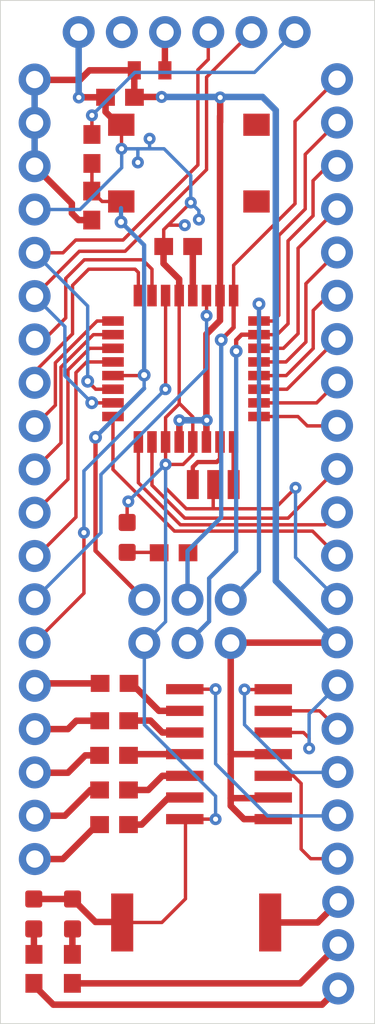
<source format=kicad_pcb>
(kicad_pcb (version 20171130) (host pcbnew "(5.1.4)-1")

  (general
    (thickness 1.6)
    (drawings 4)
    (tracks 376)
    (zones 0)
    (modules 28)
    (nets 53)
  )

  (page A4)
  (layers
    (0 Top signal)
    (31 Bottom signal)
    (32 B.Adhes user)
    (33 F.Adhes user)
    (34 B.Paste user)
    (35 F.Paste user)
    (36 B.SilkS user)
    (37 F.SilkS user)
    (38 B.Mask user)
    (39 F.Mask user)
    (40 Dwgs.User user)
    (41 Cmts.User user)
    (42 Eco1.User user)
    (43 Eco2.User user)
    (44 Edge.Cuts user)
    (45 Margin user)
    (46 B.CrtYd user)
    (47 F.CrtYd user)
    (48 B.Fab user)
    (49 F.Fab user)
  )

  (setup
    (last_trace_width 0.25)
    (trace_clearance 0.127)
    (zone_clearance 0.508)
    (zone_45_only no)
    (trace_min 0.2)
    (via_size 0.8)
    (via_drill 0.4)
    (via_min_size 0.4)
    (via_min_drill 0.3)
    (uvia_size 0.3)
    (uvia_drill 0.1)
    (uvias_allowed no)
    (uvia_min_size 0.2)
    (uvia_min_drill 0.1)
    (edge_width 0.05)
    (segment_width 0.2)
    (pcb_text_width 0.3)
    (pcb_text_size 1.5 1.5)
    (mod_edge_width 0.12)
    (mod_text_size 1 1)
    (mod_text_width 0.15)
    (pad_size 1.524 1.524)
    (pad_drill 0.762)
    (pad_to_mask_clearance 0.051)
    (solder_mask_min_width 0.25)
    (aux_axis_origin 0 0)
    (visible_elements 7FFFFFFF)
    (pcbplotparams
      (layerselection 0x010fc_ffffffff)
      (usegerberextensions false)
      (usegerberattributes false)
      (usegerberadvancedattributes false)
      (creategerberjobfile false)
      (excludeedgelayer true)
      (linewidth 0.100000)
      (plotframeref false)
      (viasonmask false)
      (mode 1)
      (useauxorigin false)
      (hpglpennumber 1)
      (hpglpenspeed 20)
      (hpglpendiameter 15.000000)
      (psnegative false)
      (psa4output false)
      (plotreference true)
      (plotvalue true)
      (plotinvisibletext false)
      (padsonsilk false)
      (subtractmaskfromsilk false)
      (outputformat 1)
      (mirror false)
      (drillshape 1)
      (scaleselection 1)
      (outputdirectory ""))
  )

  (net 0 "")
  (net 1 GND)
  (net 2 VCC)
  (net 3 /D2)
  (net 4 /TXO)
  (net 5 /RXI)
  (net 6 /RST)
  (net 7 /A5)
  (net 8 /A4)
  (net 9 /A3)
  (net 10 /A2)
  (net 11 /A1)
  (net 12 /A0)
  (net 13 /A7)
  (net 14 "Net-(C6-Pad1)")
  (net 15 /A6)
  (net 16 /SCK)
  (net 17 /MISO)
  (net 18 /MOSI)
  (net 19 /D10)
  (net 20 /D9)
  (net 21 /D8)
  (net 22 /D7)
  (net 23 /D6)
  (net 24 /D5)
  (net 25 "Net-(U3-Pad8)")
  (net 26 "Net-(U3-Pad7)")
  (net 27 /D4)
  (net 28 /D3)
  (net 29 "Net-(D1-PadA)")
  (net 30 /DTR)
  (net 31 "Net-(J1-PadCTS)")
  (net 32 "Net-(F1-Pad1)")
  (net 33 /OUT1)
  (net 34 "Net-(IC1-Pad10)")
  (net 35 /OUT2)
  (net 36 /OUT4)
  (net 37 "Net-(IC1-Pad9)")
  (net 38 /OUT3)
  (net 39 "Net-(IC1-Pad11)")
  (net 40 "Net-(IC1-Pad12)")
  (net 41 /GO)
  (net 42 "Net-(IC1-Pad13)")
  (net 43 "Net-(J2-Pad5)")
  (net 44 "Net-(J2-Pad4)")
  (net 45 "Net-(J2-Pad3)")
  (net 46 "Net-(J2-Pad2)")
  (net 47 "Net-(J2-Pad1)")
  (net 48 "Net-(J4-Pad1)")
  (net 49 "Net-(J4-Pad3)")
  (net 50 "Net-(J4-Pad2)")
  (net 51 "Net-(D2-PadA)")
  (net 52 "Net-(D3-PadA)")

  (net_class Default "This is the default net class."
    (clearance 0.127)
    (trace_width 0.25)
    (via_dia 0.8)
    (via_drill 0.4)
    (uvia_dia 0.3)
    (uvia_drill 0.1)
    (add_net /A0)
    (add_net /A1)
    (add_net /A2)
    (add_net /A3)
    (add_net /A4)
    (add_net /A5)
    (add_net /A6)
    (add_net /A7)
    (add_net /D10)
    (add_net /D2)
    (add_net /D3)
    (add_net /D4)
    (add_net /D5)
    (add_net /D6)
    (add_net /D7)
    (add_net /D8)
    (add_net /D9)
    (add_net /DTR)
    (add_net /GO)
    (add_net /MISO)
    (add_net /MOSI)
    (add_net /OUT1)
    (add_net /OUT2)
    (add_net /OUT3)
    (add_net /OUT4)
    (add_net /RST)
    (add_net /RXI)
    (add_net /SCK)
    (add_net /TXO)
    (add_net GND)
    (add_net "Net-(C6-Pad1)")
    (add_net "Net-(D1-PadA)")
    (add_net "Net-(D2-PadA)")
    (add_net "Net-(D3-PadA)")
    (add_net "Net-(F1-Pad1)")
    (add_net "Net-(IC1-Pad10)")
    (add_net "Net-(IC1-Pad11)")
    (add_net "Net-(IC1-Pad12)")
    (add_net "Net-(IC1-Pad13)")
    (add_net "Net-(IC1-Pad9)")
    (add_net "Net-(J1-PadCTS)")
    (add_net "Net-(J2-Pad1)")
    (add_net "Net-(J2-Pad2)")
    (add_net "Net-(J2-Pad3)")
    (add_net "Net-(J2-Pad4)")
    (add_net "Net-(J2-Pad5)")
    (add_net "Net-(J4-Pad1)")
    (add_net "Net-(J4-Pad2)")
    (add_net "Net-(J4-Pad3)")
    (add_net "Net-(U3-Pad7)")
    (add_net "Net-(U3-Pad8)")
    (add_net VCC)
  )

  (module piezoMusic:1X03 (layer Top) (tedit 5DCE3241) (tstamp 5DC8D5C9)
    (at 157.3611 127.8636 270)
    (descr "<h3>Plated Through Hole - 3 Pin</h3>\n<p>Specifications:\n<ul><li>Pin count:3</li>\n<li>Pin pitch:0.1\"</li>\n</ul></p>\n<p>Example device(s):\n<ul><li>CONN_03</li>\n</ul></p>")
    (path /FA7CA15B)
    (fp_poly (pts (xy -1.2 -1.5) (xy -1.2 1.5) (xy 6.2 1.5) (xy 6.2 -1.5)) (layer B.CrtYd) (width 0.1))
    (fp_poly (pts (xy -1.2 -1.5) (xy -1.2 1.5) (xy 6.2 1.5) (xy 6.2 -1.5)) (layer F.CrtYd) (width 0.1))
    (pad 3 thru_hole circle (at 5.08 0) (size 1.8796 1.8796) (drill 1.016) (layers *.Cu *.Mask)
      (net 49 "Net-(J4-Pad3)") (solder_mask_margin 0.1016))
    (pad 2 thru_hole circle (at 2.54 0) (size 1.8796 1.8796) (drill 1.016) (layers *.Cu *.Mask)
      (net 50 "Net-(J4-Pad2)") (solder_mask_margin 0.1016))
    (pad 1 thru_hole circle (at 0 0) (size 1.8796 1.8796) (drill 1.016) (layers *.Cu *.Mask)
      (net 48 "Net-(J4-Pad1)") (solder_mask_margin 0.1016))
  )

  (module piezoMusic:1X14 (layer Top) (tedit 5DCE31E3) (tstamp 5DC8D32C)
    (at 157.2911 112.6436 90)
    (path /0B60073D)
    (fp_poly (pts (xy -1.1 -1.4) (xy 34.2 -1.4) (xy 34.2 1.4) (xy -1.1 1.4)) (layer F.CrtYd) (width 0.1))
    (fp_poly (pts (xy -1.1 -1.4) (xy 34.2 -1.4) (xy 34.2 1.4) (xy -1.1 1.4)) (layer B.CrtYd) (width 0.1))
    (pad 14 thru_hole circle (at 33.02 0 180) (size 1.8796 1.8796) (drill 1.016) (layers *.Cu *.Mask)
      (net 16 /SCK) (solder_mask_margin 0.1016))
    (pad 13 thru_hole circle (at 30.48 0 180) (size 1.8796 1.8796) (drill 1.016) (layers *.Cu *.Mask)
      (net 17 /MISO) (solder_mask_margin 0.1016))
    (pad 12 thru_hole circle (at 27.94 0 180) (size 1.8796 1.8796) (drill 1.016) (layers *.Cu *.Mask)
      (net 18 /MOSI) (solder_mask_margin 0.1016))
    (pad 11 thru_hole circle (at 25.4 0 180) (size 1.8796 1.8796) (drill 1.016) (layers *.Cu *.Mask)
      (net 19 /D10) (solder_mask_margin 0.1016))
    (pad 10 thru_hole circle (at 22.86 0 180) (size 1.8796 1.8796) (drill 1.016) (layers *.Cu *.Mask)
      (net 20 /D9) (solder_mask_margin 0.1016))
    (pad 9 thru_hole circle (at 20.32 0 180) (size 1.8796 1.8796) (drill 1.016) (layers *.Cu *.Mask)
      (net 21 /D8) (solder_mask_margin 0.1016))
    (pad 8 thru_hole circle (at 17.78 0 180) (size 1.8796 1.8796) (drill 1.016) (layers *.Cu *.Mask)
      (net 22 /D7) (solder_mask_margin 0.1016))
    (pad 7 thru_hole circle (at 15.24 0 180) (size 1.8796 1.8796) (drill 1.016) (layers *.Cu *.Mask)
      (net 23 /D6) (solder_mask_margin 0.1016))
    (pad 6 thru_hole circle (at 12.7 0 180) (size 1.8796 1.8796) (drill 1.016) (layers *.Cu *.Mask)
      (net 24 /D5) (solder_mask_margin 0.1016))
    (pad 5 thru_hole circle (at 10.16 0 180) (size 1.8796 1.8796) (drill 1.016) (layers *.Cu *.Mask)
      (net 27 /D4) (solder_mask_margin 0.1016))
    (pad 4 thru_hole circle (at 7.62 0 180) (size 1.8796 1.8796) (drill 1.016) (layers *.Cu *.Mask)
      (net 28 /D3) (solder_mask_margin 0.1016))
    (pad 3 thru_hole circle (at 5.08 0 180) (size 1.8796 1.8796) (drill 1.016) (layers *.Cu *.Mask)
      (net 3 /D2) (solder_mask_margin 0.1016))
    (pad 2 thru_hole circle (at 2.54 0 180) (size 1.8796 1.8796) (drill 1.016) (layers *.Cu *.Mask)
      (net 1 GND) (solder_mask_margin 0.1016))
    (pad 1 thru_hole circle (at 0 0 180) (size 1.8796 1.8796) (drill 1.016) (layers *.Cu *.Mask)
      (net 2 VCC) (solder_mask_margin 0.1016))
  )

  (module piezoMusic:0603 (layer Top) (tedit 5DCE2B5D) (tstamp 5DC8D306)
    (at 142.8811 83.7136 270)
    (descr "<p><b>Generic 1608 (0603) package</b></p>\n<p>0.2mm courtyard excess rounded to nearest 0.05mm.</p>")
    (path /88676885)
    (fp_poly (pts (xy -1.6 -0.7) (xy 1.6 -0.7) (xy 1.6 0.7) (xy -1.6 0.7)) (layer F.CrtYd) (width 0.1))
    (pad 2 smd rect (at 0.85 0 270) (size 1.1 1) (layers Top F.Paste F.Mask)
      (net 6 /RST) (solder_mask_margin 0.1016))
    (pad 1 smd rect (at -0.85 0 270) (size 1.1 1) (layers Top F.Paste F.Mask)
      (net 30 /DTR) (solder_mask_margin 0.1016))
  )

  (module piezoMusic:0603 (layer Top) (tedit 5DCE2B5D) (tstamp 5DC8D314)
    (at 147.9511 89.4336 180)
    (descr "<p><b>Generic 1608 (0603) package</b></p>\n<p>0.2mm courtyard excess rounded to nearest 0.05mm.</p>")
    (path /8451312A)
    (fp_poly (pts (xy -1.6 -0.7) (xy 1.6 -0.7) (xy 1.6 0.7) (xy -1.6 0.7)) (layer F.CrtYd) (width 0.1))
    (pad 2 smd rect (at 0.85 0 180) (size 1.1 1) (layers Top F.Paste F.Mask)
      (net 1 GND) (solder_mask_margin 0.1016))
    (pad 1 smd rect (at -0.85 0 180) (size 1.1 1) (layers Top F.Paste F.Mask)
      (net 14 "Net-(C6-Pad1)") (solder_mask_margin 0.1016))
  )

  (module piezoMusic:LED-0603 (layer Top) (tedit 5DCE2CA4) (tstamp 5DC8D322)
    (at 144.9511 106.4936 90)
    (descr "<B>LED 0603 SMT</B><p>\n0603, surface mount.\n<p>Specifications:\n<ul><li>Pin count: 2</li>\n<li>Pin pitch:0.075inch </li>\n<li>Area: 0.06\" x 0.03\"</li>\n</ul></p>\n<p>Example device(s):\n<ul><li>LED - BLUE</li>")
    (path /5C7F6C2D)
    (fp_poly (pts (xy -1.5 -0.6) (xy 1.5 -0.6) (xy 1.5 0.6) (xy -1.5 0.6)) (layer F.CrtYd) (width 0.1))
    (pad A smd roundrect (at -0.877 0) (size 1 1) (layers Top F.Paste F.Mask) (roundrect_rratio 0.15)
      (net 29 "Net-(D1-PadA)") (solder_mask_margin 0.1016))
    (pad C smd roundrect (at 0.877 0) (size 1 1) (layers Top F.Paste F.Mask) (roundrect_rratio 0.15)
      (net 1 GND) (solder_mask_margin 0.1016))
  )

  (module piezoMusic:2X3 (layer Top) (tedit 5DCE29B8) (tstamp 5DC8D3A1)
    (at 151.0411 110.1436 180)
    (path /60994ACD)
    (fp_poly (pts (xy -1.4 -4) (xy 6.6 -4) (xy 6.6 1.4) (xy -1.4 1.4)) (layer F.CrtYd) (width 0.1))
    (fp_poly (pts (xy -1.4 -4) (xy 6.6 -4) (xy 6.6 1.4) (xy -1.4 1.4)) (layer B.CrtYd) (width 0.1))
    (pad 6 thru_hole circle (at 5.08 -2.54 180) (size 1.8796 1.8796) (drill 1.016) (layers *.Cu *.Mask)
      (net 1 GND) (solder_mask_margin 0.1016))
    (pad 5 thru_hole circle (at 5.08 0 180) (size 1.8796 1.8796) (drill 1.016) (layers *.Cu *.Mask)
      (net 6 /RST) (solder_mask_margin 0.1016))
    (pad 4 thru_hole circle (at 2.54 -2.54 180) (size 1.8796 1.8796) (drill 1.016) (layers *.Cu *.Mask)
      (net 18 /MOSI) (solder_mask_margin 0.1016))
    (pad 3 thru_hole circle (at 2.54 0 180) (size 1.8796 1.8796) (drill 1.016) (layers *.Cu *.Mask)
      (net 16 /SCK) (solder_mask_margin 0.1016))
    (pad 2 thru_hole circle (at 0 -2.54 180) (size 1.8796 1.8796) (drill 1.016) (layers *.Cu *.Mask)
      (net 2 VCC) (solder_mask_margin 0.1016))
    (pad 1 thru_hole circle (at 0 0 180) (size 1.8796 1.8796) (drill 1.016) (layers *.Cu *.Mask)
      (net 17 /MISO) (solder_mask_margin 0.1016))
  )

  (module piezoMusic:1X14 (layer Top) (tedit 5DCE31E3) (tstamp 5DC8D3C7)
    (at 139.5111 79.6436 270)
    (path /056852D9)
    (fp_poly (pts (xy -1.1 -1.4) (xy 34.2 -1.4) (xy 34.2 1.4) (xy -1.1 1.4)) (layer F.CrtYd) (width 0.1))
    (fp_poly (pts (xy -1.1 -1.4) (xy 34.2 -1.4) (xy 34.2 1.4) (xy -1.1 1.4)) (layer B.CrtYd) (width 0.1))
    (pad 14 thru_hole circle (at 33.02 0) (size 1.8796 1.8796) (drill 1.016) (layers *.Cu *.Mask)
      (net 13 /A7) (solder_mask_margin 0.1016))
    (pad 13 thru_hole circle (at 30.48 0) (size 1.8796 1.8796) (drill 1.016) (layers *.Cu *.Mask)
      (net 15 /A6) (solder_mask_margin 0.1016))
    (pad 12 thru_hole circle (at 27.94 0) (size 1.8796 1.8796) (drill 1.016) (layers *.Cu *.Mask)
      (net 7 /A5) (solder_mask_margin 0.1016))
    (pad 11 thru_hole circle (at 25.4 0) (size 1.8796 1.8796) (drill 1.016) (layers *.Cu *.Mask)
      (net 8 /A4) (solder_mask_margin 0.1016))
    (pad 10 thru_hole circle (at 22.86 0) (size 1.8796 1.8796) (drill 1.016) (layers *.Cu *.Mask)
      (net 9 /A3) (solder_mask_margin 0.1016))
    (pad 9 thru_hole circle (at 20.32 0) (size 1.8796 1.8796) (drill 1.016) (layers *.Cu *.Mask)
      (net 10 /A2) (solder_mask_margin 0.1016))
    (pad 8 thru_hole circle (at 17.78 0) (size 1.8796 1.8796) (drill 1.016) (layers *.Cu *.Mask)
      (net 11 /A1) (solder_mask_margin 0.1016))
    (pad 7 thru_hole circle (at 15.24 0) (size 1.8796 1.8796) (drill 1.016) (layers *.Cu *.Mask)
      (net 12 /A0) (solder_mask_margin 0.1016))
    (pad 6 thru_hole circle (at 12.7 0) (size 1.8796 1.8796) (drill 1.016) (layers *.Cu *.Mask)
      (net 4 /TXO) (solder_mask_margin 0.1016))
    (pad 5 thru_hole circle (at 10.16 0) (size 1.8796 1.8796) (drill 1.016) (layers *.Cu *.Mask)
      (net 5 /RXI) (solder_mask_margin 0.1016))
    (pad 4 thru_hole circle (at 7.62 0) (size 1.8796 1.8796) (drill 1.016) (layers *.Cu *.Mask)
      (net 1 GND) (solder_mask_margin 0.1016))
    (pad 3 thru_hole circle (at 5.08 0) (size 1.8796 1.8796) (drill 1.016) (layers *.Cu *.Mask)
      (net 2 VCC) (solder_mask_margin 0.1016))
    (pad 2 thru_hole circle (at 2.54 0) (size 1.8796 1.8796) (drill 1.016) (layers *.Cu *.Mask)
      (net 2 VCC) (solder_mask_margin 0.1016))
    (pad 1 thru_hole circle (at 0 0) (size 1.8796 1.8796) (drill 1.016) (layers *.Cu *.Mask)
      (net 2 VCC) (solder_mask_margin 0.1016))
  )

  (module piezoMusic:0603 (layer Top) (tedit 5DCE2B5D) (tstamp 5DC8D43C)
    (at 147.6811 107.3936 180)
    (descr "<p><b>Generic 1608 (0603) package</b></p>\n<p>0.2mm courtyard excess rounded to nearest 0.05mm.</p>")
    (path /DDF01354)
    (fp_poly (pts (xy -1.6 -0.7) (xy 1.6 -0.7) (xy 1.6 0.7) (xy -1.6 0.7)) (layer F.CrtYd) (width 0.1))
    (pad 2 smd rect (at 0.85 0 180) (size 1.1 1) (layers Top F.Paste F.Mask)
      (net 29 "Net-(D1-PadA)") (solder_mask_margin 0.1016))
    (pad 1 smd rect (at -0.85 0 180) (size 1.1 1) (layers Top F.Paste F.Mask)
      (net 16 /SCK) (solder_mask_margin 0.1016))
  )

  (module piezoMusic:0603 (layer Top) (tedit 5DCE2B5D) (tstamp 5DC8D44A)
    (at 142.8711 87.0336 270)
    (descr "<p><b>Generic 1608 (0603) package</b></p>\n<p>0.2mm courtyard excess rounded to nearest 0.05mm.</p>")
    (path /B13F4994)
    (fp_poly (pts (xy -1.6 -0.7) (xy 1.6 -0.7) (xy 1.6 0.7) (xy -1.6 0.7)) (layer F.CrtYd) (width 0.1))
    (pad 2 smd rect (at 0.85 0 270) (size 1.1 1) (layers Top F.Paste F.Mask)
      (net 2 VCC) (solder_mask_margin 0.1016))
    (pad 1 smd rect (at -0.85 0 270) (size 1.1 1) (layers Top F.Paste F.Mask)
      (net 6 /RST) (solder_mask_margin 0.1016))
  )

  (module piezoMusic:TQFP32-08 (layer Top) (tedit 5DCE2E26) (tstamp 5DC8D458)
    (at 148.4111 96.6036 90)
    (descr "<B>Thin Plasic Quad Flat Package</B> Grid 0.8 mm")
    (path /629E9DB0)
    (fp_poly (pts (xy -5 -5) (xy 5 -5) (xy 5 5) (xy -5 5)) (layer F.CrtYd) (width 0.1))
    (pad 32 smd rect (at -2.8 -4.2926 90) (size 0.5588 1.27) (layers Top F.Paste F.Mask)
      (net 3 /D2) (solder_mask_margin 0.1016))
    (pad 31 smd rect (at -2 -4.2926 90) (size 0.5588 1.27) (layers Top F.Paste F.Mask)
      (net 4 /TXO) (solder_mask_margin 0.1016))
    (pad 30 smd rect (at -1.2 -4.2926 90) (size 0.5588 1.27) (layers Top F.Paste F.Mask)
      (net 5 /RXI) (solder_mask_margin 0.1016))
    (pad 29 smd rect (at -0.4 -4.2926 90) (size 0.5588 1.27) (layers Top F.Paste F.Mask)
      (net 6 /RST) (solder_mask_margin 0.1016))
    (pad 28 smd rect (at 0.4 -4.2926 90) (size 0.5588 1.27) (layers Top F.Paste F.Mask)
      (net 7 /A5) (solder_mask_margin 0.1016))
    (pad 27 smd rect (at 1.2 -4.2926 90) (size 0.5588 1.27) (layers Top F.Paste F.Mask)
      (net 8 /A4) (solder_mask_margin 0.1016))
    (pad 26 smd rect (at 2 -4.2926 90) (size 0.5588 1.27) (layers Top F.Paste F.Mask)
      (net 9 /A3) (solder_mask_margin 0.1016))
    (pad 25 smd rect (at 2.8 -4.2926 90) (size 0.5588 1.27) (layers Top F.Paste F.Mask)
      (net 10 /A2) (solder_mask_margin 0.1016))
    (pad 24 smd rect (at 4.2926 -2.8 90) (size 1.27 0.5588) (layers Top F.Paste F.Mask)
      (net 11 /A1) (solder_mask_margin 0.1016))
    (pad 23 smd rect (at 4.2926 -2 90) (size 1.27 0.5588) (layers Top F.Paste F.Mask)
      (net 12 /A0) (solder_mask_margin 0.1016))
    (pad 22 smd rect (at 4.2926 -1.2 90) (size 1.27 0.5588) (layers Top F.Paste F.Mask)
      (net 13 /A7) (solder_mask_margin 0.1016))
    (pad 21 smd rect (at 4.2926 -0.4 90) (size 1.27 0.5588) (layers Top F.Paste F.Mask)
      (net 1 GND) (solder_mask_margin 0.1016))
    (pad 20 smd rect (at 4.2926 0.4 90) (size 1.27 0.5588) (layers Top F.Paste F.Mask)
      (net 14 "Net-(C6-Pad1)") (solder_mask_margin 0.1016))
    (pad 19 smd rect (at 4.2926 1.2 90) (size 1.27 0.5588) (layers Top F.Paste F.Mask)
      (net 15 /A6) (solder_mask_margin 0.1016))
    (pad 18 smd rect (at 4.2926 2 90) (size 1.27 0.5588) (layers Top F.Paste F.Mask)
      (net 2 VCC) (solder_mask_margin 0.1016))
    (pad 17 smd rect (at 4.2926 2.8 90) (size 1.27 0.5588) (layers Top F.Paste F.Mask)
      (net 16 /SCK) (solder_mask_margin 0.1016))
    (pad 16 smd rect (at 2.8 4.2926 90) (size 0.5588 1.27) (layers Top F.Paste F.Mask)
      (net 17 /MISO) (solder_mask_margin 0.1016))
    (pad 15 smd rect (at 2 4.2926 90) (size 0.5588 1.27) (layers Top F.Paste F.Mask)
      (net 18 /MOSI) (solder_mask_margin 0.1016))
    (pad 14 smd rect (at 1.2 4.2926 90) (size 0.5588 1.27) (layers Top F.Paste F.Mask)
      (net 19 /D10) (solder_mask_margin 0.1016))
    (pad 13 smd rect (at 0.4 4.2926 90) (size 0.5588 1.27) (layers Top F.Paste F.Mask)
      (net 20 /D9) (solder_mask_margin 0.1016))
    (pad 12 smd rect (at -0.4 4.2926 90) (size 0.5588 1.27) (layers Top F.Paste F.Mask)
      (net 21 /D8) (solder_mask_margin 0.1016))
    (pad 11 smd rect (at -1.2 4.2926 90) (size 0.5588 1.27) (layers Top F.Paste F.Mask)
      (net 22 /D7) (solder_mask_margin 0.1016))
    (pad 10 smd rect (at -2 4.2926 90) (size 0.5588 1.27) (layers Top F.Paste F.Mask)
      (net 23 /D6) (solder_mask_margin 0.1016))
    (pad 9 smd rect (at -2.8 4.2926 90) (size 0.5588 1.27) (layers Top F.Paste F.Mask)
      (net 24 /D5) (solder_mask_margin 0.1016))
    (pad 8 smd rect (at -4.2926 2.8 90) (size 1.27 0.5588) (layers Top F.Paste F.Mask)
      (net 25 "Net-(U3-Pad8)") (solder_mask_margin 0.1016))
    (pad 7 smd rect (at -4.2926 2 90) (size 1.27 0.5588) (layers Top F.Paste F.Mask)
      (net 26 "Net-(U3-Pad7)") (solder_mask_margin 0.1016))
    (pad 6 smd rect (at -4.2926 1.2 90) (size 1.27 0.5588) (layers Top F.Paste F.Mask)
      (net 2 VCC) (solder_mask_margin 0.1016))
    (pad 5 smd rect (at -4.2926 0.4 90) (size 1.27 0.5588) (layers Top F.Paste F.Mask)
      (net 1 GND) (solder_mask_margin 0.1016))
    (pad 4 smd rect (at -4.2926 -0.4 90) (size 1.27 0.5588) (layers Top F.Paste F.Mask)
      (net 2 VCC) (solder_mask_margin 0.1016))
    (pad 3 smd rect (at -4.2926 -1.2 90) (size 1.27 0.5588) (layers Top F.Paste F.Mask)
      (net 1 GND) (solder_mask_margin 0.1016))
    (pad 2 smd rect (at -4.2926 -2 90) (size 1.27 0.5588) (layers Top F.Paste F.Mask)
      (net 27 /D4) (solder_mask_margin 0.1016))
    (pad 1 smd rect (at -4.2926 -2.8 90) (size 1.27 0.5588) (layers Top F.Paste F.Mask)
      (net 28 /D3) (solder_mask_margin 0.1016))
  )

  (module piezoMusic:RESONATOR-SMD (layer Top) (tedit 5DCE2D62) (tstamp 5DC8D4A1)
    (at 150.0111 103.3936 180)
    (path /B4F86E18)
    (fp_poly (pts (xy -2 -1) (xy 2 -1) (xy 2 1) (xy -2 1)) (layer F.CrtYd) (width 0.1))
    (pad 3 smd rect (at 1.2 0 180) (size 0.7 1.7) (layers Top F.Paste F.Mask)
      (net 26 "Net-(U3-Pad7)") (solder_mask_margin 0.1016))
    (pad 2 smd rect (at 0 0 180) (size 0.7 1.7) (layers Top F.Paste F.Mask)
      (net 1 GND) (solder_mask_margin 0.1016))
    (pad 1 smd rect (at -1.2 0 180) (size 0.7 1.7) (layers Top F.Paste F.Mask)
      (net 25 "Net-(U3-Pad8)") (solder_mask_margin 0.1016))
  )

  (module piezoMusic:FTDI_BASIC (layer Top) (tedit 5DCE2BD1) (tstamp 5DC8D4AF)
    (at 154.8011 76.8636 180)
    (descr "<h3>FTDI Basic </h3>\nIncludes tDocu labels for end pins that match the FTDI Basic connection.\n<p>Specifications:\n<ul><li>Pin count: 6</li>\n<li>Pin pitch: 0.1\"</li>\n</ul></p>\n<p>Example device(s):\n<ul><li>6_Pin_Serial_Cable</li>\n</ul></p>")
    (path /449C7C68)
    (fp_poly (pts (xy -1.4 -1.4) (xy 14.1 -1.4) (xy 14.1 1.4) (xy -1.4 1.4)) (layer F.CrtYd) (width 0.1))
    (fp_poly (pts (xy -1.4 -1.4) (xy 14.1 -1.4) (xy 14.1 1.4) (xy -1.4 1.4)) (layer B.CrtYd) (width 0.1))
    (pad GND thru_hole circle (at 12.7 0 270) (size 1.8796 1.8796) (drill 1.016) (layers *.Cu *.Mask)
      (net 1 GND) (solder_mask_margin 0.1016))
    (pad CTS thru_hole circle (at 10.16 0 270) (size 1.8796 1.8796) (drill 1.016) (layers *.Cu *.Mask)
      (net 31 "Net-(J1-PadCTS)") (solder_mask_margin 0.1016))
    (pad VCC thru_hole circle (at 7.62 0 270) (size 1.8796 1.8796) (drill 1.016) (layers *.Cu *.Mask)
      (net 32 "Net-(F1-Pad1)") (solder_mask_margin 0.1016))
    (pad TXO thru_hole circle (at 5.08 0 270) (size 1.8796 1.8796) (drill 1.016) (layers *.Cu *.Mask)
      (net 5 /RXI) (solder_mask_margin 0.1016))
    (pad RXI thru_hole circle (at 2.54 0 270) (size 1.8796 1.8796) (drill 1.016) (layers *.Cu *.Mask)
      (net 4 /TXO) (solder_mask_margin 0.1016))
    (pad DTR thru_hole circle (at 0 0 270) (size 1.8796 1.8796) (drill 1.016) (layers *.Cu *.Mask)
      (net 30 /DTR) (solder_mask_margin 0.1016))
  )

  (module piezoMusic:TACTILE_SWITCH_SMD_6.2MM_TALL (layer Top) (tedit 5DCE32F0) (tstamp 5DC8D4E6)
    (at 148.5811 84.5436 180)
    (descr "<h3>Momentary Switch (Pushbutton) - SPST - SMD, 6.2mm Square</h3>\n<p>Normally-open (NO) SPST momentary switches (buttons, pushbuttons).</p>\n<p><a href=\"http://www.apem.com/files/apem/brochures/ADTS6-ADTSM-KTSC6.pdf\">Datasheet</a> (ADTSM63NVTR)</p>")
    (path /F9B5905E)
    (fp_poly (pts (xy -4.9 -3) (xy 4.9 -3) (xy 4.9 3) (xy -4.9 3)) (layer F.CrtYd) (width 0.1))
    (pad B2 smd rect (at 3.975 -2.25 270) (size 1.3 1.55) (layers Top F.Paste F.Mask)
      (net 6 /RST) (solder_mask_margin 0.1016))
    (pad B1 smd rect (at -3.975 -2.25 270) (size 1.3 1.55) (layers Top F.Paste F.Mask)
      (solder_mask_margin 0.1016))
    (pad A2 smd rect (at 3.975 2.25 270) (size 1.3 1.55) (layers Top F.Paste F.Mask)
      (net 1 GND) (solder_mask_margin 0.1016))
    (pad A1 smd rect (at -3.975 2.25 270) (size 1.3 1.55) (layers Top F.Paste F.Mask)
      (solder_mask_margin 0.1016))
  )

  (module piezoMusic:SO14 (layer Top) (tedit 5DCE2DA0) (tstamp 5DC8D4F4)
    (at 150.9411 119.2036 90)
    (descr "<b>Small Outline Package 14</b>")
    (path /22F7723E)
    (fp_poly (pts (xy -4.4 -3.8) (xy 4.4 -3.8) (xy 4.4 3.8) (xy -4.4 3.8)) (layer F.CrtYd) (width 0.1))
    (pad 8 smd rect (at 3.81 -2.6 90) (size 0.6 2.2) (layers Top F.Paste F.Mask)
      (net 33 /OUT1) (solder_mask_margin 0.1016))
    (pad 10 smd rect (at 1.27 -2.6 90) (size 0.6 2.2) (layers Top F.Paste F.Mask)
      (net 34 "Net-(IC1-Pad10)") (solder_mask_margin 0.1016))
    (pad 7 smd rect (at 3.81 2.6 90) (size 0.6 2.2) (layers Top F.Paste F.Mask)
      (net 35 /OUT2) (solder_mask_margin 0.1016))
    (pad 5 smd rect (at 1.27 2.6 90) (size 0.6 2.2) (layers Top F.Paste F.Mask)
      (net 36 /OUT4) (solder_mask_margin 0.1016))
    (pad 9 smd rect (at 2.54 -2.6 90) (size 0.6 2.2) (layers Top F.Paste F.Mask)
      (net 37 "Net-(IC1-Pad9)") (solder_mask_margin 0.1016))
    (pad 6 smd rect (at 2.54 2.6 90) (size 0.6 2.2) (layers Top F.Paste F.Mask)
      (net 38 /OUT3) (solder_mask_margin 0.1016))
    (pad 11 smd rect (at 0 -2.6 90) (size 0.6 2.2) (layers Top F.Paste F.Mask)
      (net 39 "Net-(IC1-Pad11)") (solder_mask_margin 0.1016))
    (pad 12 smd rect (at -1.27 -2.6 90) (size 0.6 2.2) (layers Top F.Paste F.Mask)
      (net 40 "Net-(IC1-Pad12)") (solder_mask_margin 0.1016))
    (pad 14 smd rect (at -3.81 -2.6 90) (size 0.6 2.2) (layers Top F.Paste F.Mask)
      (net 1 GND) (solder_mask_margin 0.1016))
    (pad 4 smd rect (at 0 2.6 90) (size 0.6 2.2) (layers Top F.Paste F.Mask)
      (net 2 VCC) (solder_mask_margin 0.1016))
    (pad 3 smd rect (at -1.27 2.6 90) (size 0.6 2.2) (layers Top F.Paste F.Mask)
      (net 41 /GO) (solder_mask_margin 0.1016))
    (pad 1 smd rect (at -3.81 2.6 90) (size 0.6 2.2) (layers Top F.Paste F.Mask)
      (net 2 VCC) (solder_mask_margin 0.1016))
    (pad 13 smd rect (at -2.54 -2.6 90) (size 0.6 2.2) (layers Top F.Paste F.Mask)
      (net 42 "Net-(IC1-Pad13)") (solder_mask_margin 0.1016))
    (pad 2 smd rect (at -2.54 2.6 90) (size 0.6 2.2) (layers Top F.Paste F.Mask)
      (net 2 VCC) (solder_mask_margin 0.1016))
  )

  (module piezoMusic:0603 (layer Top) (tedit 5DCE2B5D) (tstamp 5DC8D51A)
    (at 144.1811 123.3336)
    (descr "<p><b>Generic 1608 (0603) package</b></p>\n<p>0.2mm courtyard excess rounded to nearest 0.05mm.</p>")
    (path /8EFFCFBB)
    (fp_poly (pts (xy -1.6 -0.7) (xy 1.6 -0.7) (xy 1.6 0.7) (xy -1.6 0.7)) (layer F.CrtYd) (width 0.1))
    (pad 2 smd rect (at 0.85 0) (size 1.1 1) (layers Top F.Paste F.Mask)
      (net 42 "Net-(IC1-Pad13)") (solder_mask_margin 0.1016))
    (pad 1 smd rect (at -0.85 0) (size 1.1 1) (layers Top F.Paste F.Mask)
      (net 43 "Net-(J2-Pad5)") (solder_mask_margin 0.1016))
  )

  (module piezoMusic:0603 (layer Top) (tedit 5DCE2B5D) (tstamp 5DC8D528)
    (at 144.1811 121.3036)
    (descr "<p><b>Generic 1608 (0603) package</b></p>\n<p>0.2mm courtyard excess rounded to nearest 0.05mm.</p>")
    (path /ABABC248)
    (fp_poly (pts (xy -1.6 -0.7) (xy 1.6 -0.7) (xy 1.6 0.7) (xy -1.6 0.7)) (layer F.CrtYd) (width 0.1))
    (pad 2 smd rect (at 0.85 0) (size 1.1 1) (layers Top F.Paste F.Mask)
      (net 40 "Net-(IC1-Pad12)") (solder_mask_margin 0.1016))
    (pad 1 smd rect (at -0.85 0) (size 1.1 1) (layers Top F.Paste F.Mask)
      (net 44 "Net-(J2-Pad4)") (solder_mask_margin 0.1016))
  )

  (module piezoMusic:0603 (layer Top) (tedit 5DCE2B5D) (tstamp 5DC8D536)
    (at 144.1811 119.2736)
    (descr "<p><b>Generic 1608 (0603) package</b></p>\n<p>0.2mm courtyard excess rounded to nearest 0.05mm.</p>")
    (path /C1449B59)
    (fp_poly (pts (xy -1.6 -0.7) (xy 1.6 -0.7) (xy 1.6 0.7) (xy -1.6 0.7)) (layer F.CrtYd) (width 0.1))
    (pad 2 smd rect (at 0.85 0) (size 1.1 1) (layers Top F.Paste F.Mask)
      (net 39 "Net-(IC1-Pad11)") (solder_mask_margin 0.1016))
    (pad 1 smd rect (at -0.85 0) (size 1.1 1) (layers Top F.Paste F.Mask)
      (net 45 "Net-(J2-Pad3)") (solder_mask_margin 0.1016))
  )

  (module piezoMusic:0603 (layer Top) (tedit 5DCE2B5D) (tstamp 5DC8D544)
    (at 144.1911 117.2436)
    (descr "<p><b>Generic 1608 (0603) package</b></p>\n<p>0.2mm courtyard excess rounded to nearest 0.05mm.</p>")
    (path /1047F363)
    (fp_poly (pts (xy -1.6 -0.7) (xy 1.6 -0.7) (xy 1.6 0.7) (xy -1.6 0.7)) (layer F.CrtYd) (width 0.1))
    (pad 2 smd rect (at 0.85 0) (size 1.1 1) (layers Top F.Paste F.Mask)
      (net 34 "Net-(IC1-Pad10)") (solder_mask_margin 0.1016))
    (pad 1 smd rect (at -0.85 0) (size 1.1 1) (layers Top F.Paste F.Mask)
      (net 46 "Net-(J2-Pad2)") (solder_mask_margin 0.1016))
  )

  (module piezoMusic:0603 (layer Top) (tedit 5DCE2B5D) (tstamp 5DC8D552)
    (at 144.2111 115.0536)
    (descr "<p><b>Generic 1608 (0603) package</b></p>\n<p>0.2mm courtyard excess rounded to nearest 0.05mm.</p>")
    (path /EDDA057D)
    (fp_poly (pts (xy -1.6 -0.7) (xy 1.6 -0.7) (xy 1.6 0.7) (xy -1.6 0.7)) (layer F.CrtYd) (width 0.1))
    (pad 2 smd rect (at 0.85 0) (size 1.1 1) (layers Top F.Paste F.Mask)
      (net 37 "Net-(IC1-Pad9)") (solder_mask_margin 0.1016))
    (pad 1 smd rect (at -0.85 0) (size 1.1 1) (layers Top F.Paste F.Mask)
      (net 47 "Net-(J2-Pad1)") (solder_mask_margin 0.1016))
  )

  (module piezoMusic:1X05 (layer Top) (tedit 5DCE3193) (tstamp 5DC8D560)
    (at 139.5211 115.1936 270)
    (descr "<h3>Plated Through Hole - 5 Pin</h3>\n<p>Specifications:\n<ul><li>Pin count:5</li>\n<li>Pin pitch:0.1\"</li>\n</ul></p>\n<p>Example device(s):\n<ul><li>CONN_05</li>\n</ul></p>")
    (path /C3E76336)
    (fp_poly (pts (xy -1.1 -1.4) (xy 11.3 -1.4) (xy 11.3 1.4) (xy -1.1 1.4)) (layer F.CrtYd) (width 0.1))
    (fp_poly (pts (xy -1.1 -1.4) (xy 11.3 -1.4) (xy 11.3 1.4) (xy -1.1 1.4)) (layer B.CrtYd) (width 0.1))
    (pad 5 thru_hole circle (at 10.16 0) (size 1.8796 1.8796) (drill 1.016) (layers *.Cu *.Mask)
      (net 43 "Net-(J2-Pad5)") (solder_mask_margin 0.1016))
    (pad 4 thru_hole circle (at 7.62 0) (size 1.8796 1.8796) (drill 1.016) (layers *.Cu *.Mask)
      (net 44 "Net-(J2-Pad4)") (solder_mask_margin 0.1016))
    (pad 3 thru_hole circle (at 5.08 0) (size 1.8796 1.8796) (drill 1.016) (layers *.Cu *.Mask)
      (net 45 "Net-(J2-Pad3)") (solder_mask_margin 0.1016))
    (pad 2 thru_hole circle (at 2.54 0) (size 1.8796 1.8796) (drill 1.016) (layers *.Cu *.Mask)
      (net 46 "Net-(J2-Pad2)") (solder_mask_margin 0.1016))
    (pad 1 thru_hole circle (at 0 0) (size 1.8796 1.8796) (drill 1.016) (layers *.Cu *.Mask)
      (net 47 "Net-(J2-Pad1)") (solder_mask_margin 0.1016))
  )

  (module piezoMusic:1X05 (layer Top) (tedit 5DCE3193) (tstamp 5DC8D58D)
    (at 157.3211 125.3336 90)
    (descr "<h3>Plated Through Hole - 5 Pin</h3>\n<p>Specifications:\n<ul><li>Pin count:5</li>\n<li>Pin pitch:0.1\"</li>\n</ul></p>\n<p>Example device(s):\n<ul><li>CONN_05</li>\n</ul></p>")
    (path /B665FDA9)
    (fp_poly (pts (xy -1.1 -1.4) (xy 11.3 -1.4) (xy 11.3 1.4) (xy -1.1 1.4)) (layer F.CrtYd) (width 0.1))
    (fp_poly (pts (xy -1.1 -1.4) (xy 11.3 -1.4) (xy 11.3 1.4) (xy -1.1 1.4)) (layer B.CrtYd) (width 0.1))
    (pad 5 thru_hole circle (at 10.16 0 180) (size 1.8796 1.8796) (drill 1.016) (layers *.Cu *.Mask)
      (net 36 /OUT4) (solder_mask_margin 0.1016))
    (pad 4 thru_hole circle (at 7.62 0 180) (size 1.8796 1.8796) (drill 1.016) (layers *.Cu *.Mask)
      (net 38 /OUT3) (solder_mask_margin 0.1016))
    (pad 3 thru_hole circle (at 5.08 0 180) (size 1.8796 1.8796) (drill 1.016) (layers *.Cu *.Mask)
      (net 35 /OUT2) (solder_mask_margin 0.1016))
    (pad 2 thru_hole circle (at 2.54 0 180) (size 1.8796 1.8796) (drill 1.016) (layers *.Cu *.Mask)
      (net 33 /OUT1) (solder_mask_margin 0.1016))
    (pad 1 thru_hole circle (at 0 0 180) (size 1.8796 1.8796) (drill 1.016) (layers *.Cu *.Mask)
      (net 41 /GO) (solder_mask_margin 0.1016))
  )

  (module piezoMusic:PKMCS (layer Top) (tedit 5DCE2D04) (tstamp 5DC8D5BA)
    (at 149.0111 129.0736)
    (descr "<b>PKMCS</b><br>\n")
    (path /60A35784)
    (fp_poly (pts (xy -5 -4.75) (xy 5 -4.75) (xy 5 4.75) (xy -5 4.75)) (layer F.CrtYd) (width 0.1))
    (pad 2 smd rect (at 4.35 0 90) (size 3.4 1.3) (layers Top F.Paste F.Mask)
      (net 48 "Net-(J4-Pad1)") (solder_mask_margin 0.1016))
    (pad 1 smd rect (at -4.35 0 90) (size 3.4 1.3) (layers Top F.Paste F.Mask)
      (net 1 GND) (solder_mask_margin 0.1016))
  )

  (module piezoMusic:LED-0603 (layer Top) (tedit 5DCE2CA4) (tstamp 5DC8D5E6)
    (at 141.7411 128.5736 90)
    (descr "<B>LED 0603 SMT</B><p>\n0603, surface mount.\n<p>Specifications:\n<ul><li>Pin count: 2</li>\n<li>Pin pitch:0.075inch </li>\n<li>Area: 0.06\" x 0.03\"</li>\n</ul></p>\n<p>Example device(s):\n<ul><li>LED - BLUE</li>")
    (path /975EB5E2)
    (fp_poly (pts (xy -1.5 -0.6) (xy 1.5 -0.6) (xy 1.5 0.6) (xy -1.5 0.6)) (layer F.CrtYd) (width 0.1))
    (pad A smd roundrect (at -0.877 0) (size 1 1) (layers Top F.Paste F.Mask) (roundrect_rratio 0.15)
      (net 51 "Net-(D2-PadA)") (solder_mask_margin 0.1016))
    (pad C smd roundrect (at 0.877 0) (size 1 1) (layers Top F.Paste F.Mask) (roundrect_rratio 0.15)
      (net 1 GND) (solder_mask_margin 0.1016))
  )

  (module piezoMusic:LED-0603 (layer Top) (tedit 5DCE2CA4) (tstamp 5DC8D5F0)
    (at 139.4611 128.5736 90)
    (descr "<B>LED 0603 SMT</B><p>\n0603, surface mount.\n<p>Specifications:\n<ul><li>Pin count: 2</li>\n<li>Pin pitch:0.075inch </li>\n<li>Area: 0.06\" x 0.03\"</li>\n</ul></p>\n<p>Example device(s):\n<ul><li>LED - BLUE</li>")
    (path /087B3FA1)
    (fp_poly (pts (xy -1.5 -0.6) (xy 1.5 -0.6) (xy 1.5 0.6) (xy -1.5 0.6)) (layer F.CrtYd) (width 0.1))
    (pad A smd roundrect (at -0.877 0) (size 1 1) (layers Top F.Paste F.Mask) (roundrect_rratio 0.15)
      (net 52 "Net-(D3-PadA)") (solder_mask_margin 0.1016))
    (pad C smd roundrect (at 0.877 0) (size 1 1) (layers Top F.Paste F.Mask) (roundrect_rratio 0.15)
      (net 1 GND) (solder_mask_margin 0.1016))
  )

  (module piezoMusic:0603 (layer Top) (tedit 5DCE2B5D) (tstamp 5DC8D5FA)
    (at 141.7311 131.7936 270)
    (descr "<p><b>Generic 1608 (0603) package</b></p>\n<p>0.2mm courtyard excess rounded to nearest 0.05mm.</p>")
    (path /B2A0FD76)
    (fp_poly (pts (xy -1.6 -0.7) (xy 1.6 -0.7) (xy 1.6 0.7) (xy -1.6 0.7)) (layer F.CrtYd) (width 0.1))
    (pad 2 smd rect (at 0.85 0 270) (size 1.1 1) (layers Top F.Paste F.Mask)
      (net 50 "Net-(J4-Pad2)") (solder_mask_margin 0.1016))
    (pad 1 smd rect (at -0.85 0 270) (size 1.1 1) (layers Top F.Paste F.Mask)
      (net 51 "Net-(D2-PadA)") (solder_mask_margin 0.1016))
  )

  (module piezoMusic:0603 (layer Top) (tedit 5DCE2B5D) (tstamp 5DC8D608)
    (at 139.4711 131.7936 270)
    (descr "<p><b>Generic 1608 (0603) package</b></p>\n<p>0.2mm courtyard excess rounded to nearest 0.05mm.</p>")
    (path /A0C826A1)
    (fp_poly (pts (xy -1.6 -0.7) (xy 1.6 -0.7) (xy 1.6 0.7) (xy -1.6 0.7)) (layer F.CrtYd) (width 0.1))
    (pad 2 smd rect (at 0.85 0 270) (size 1.1 1) (layers Top F.Paste F.Mask)
      (net 49 "Net-(J4-Pad3)") (solder_mask_margin 0.1016))
    (pad 1 smd rect (at -0.85 0 270) (size 1.1 1) (layers Top F.Paste F.Mask)
      (net 52 "Net-(D3-PadA)") (solder_mask_margin 0.1016))
  )

  (module piezoMusic:FUSC1608X100N (layer Top) (tedit 5DCE2C2E) (tstamp 5DC8D616)
    (at 146.2711 79.1036 180)
    (descr "<b>MF-FSMF050X</b><br>\n")
    (path /BAEBDDEB)
    (fp_poly (pts (xy -1.6 -0.8) (xy 1.6 -0.8) (xy 1.6 0.8) (xy -1.6 0.8)) (layer F.CrtYd) (width 0.1))
    (pad 2 smd rect (at 0.9 0 270) (size 1.07 0.77) (layers Top F.Paste F.Mask)
      (net 2 VCC) (solder_mask_margin 0.1016))
    (pad 1 smd rect (at -0.9 0 270) (size 1.07 0.77) (layers Top F.Paste F.Mask)
      (net 32 "Net-(F1-Pad1)") (solder_mask_margin 0.1016))
  )

  (module piezoMusic:0603 (layer Top) (tedit 5DCE2B5D) (tstamp 5DC8D624)
    (at 144.5311 80.6836 180)
    (descr "<p><b>Generic 1608 (0603) package</b></p>\n<p>0.2mm courtyard excess rounded to nearest 0.05mm.</p>")
    (path /39D9FF9F)
    (fp_poly (pts (xy -1.6 -0.7) (xy 1.6 -0.7) (xy 1.6 0.7) (xy -1.6 0.7)) (layer F.CrtYd) (width 0.1))
    (pad 2 smd rect (at 0.85 0 180) (size 1.1 1) (layers Top F.Paste F.Mask)
      (net 1 GND) (solder_mask_margin 0.1016))
    (pad 1 smd rect (at -0.85 0 180) (size 1.1 1) (layers Top F.Paste F.Mask)
      (net 2 VCC) (solder_mask_margin 0.1016))
  )

  (gr_line (start 137.5011 135.0036) (end 159.5011 135.0036) (layer Edge.Cuts) (width 0.05) (tstamp D96D760))
  (gr_line (start 159.5011 135.0036) (end 159.5011 75.0036) (layer Edge.Cuts) (width 0.05) (tstamp D96C400))
  (gr_line (start 159.5011 75.0036) (end 137.5011 75.0036) (layer Edge.Cuts) (width 0.05) (tstamp D96DEE0))
  (gr_line (start 137.5011 75.0036) (end 137.5011 135.0036) (layer Edge.Cuts) (width 0.05) (tstamp D96BD20))

  (segment (start 139.4611 127.6966) (end 141.7411 127.6966) (width 0.381) (layer Top) (net 1) (tstamp 1B7BBAF0))
  (segment (start 141.7411 127.6966) (end 143.0881 129.0436) (width 0.381) (layer Top) (net 1) (tstamp 1B7BD210))
  (segment (start 144.6311 129.0436) (end 144.6611 129.0736) (width 0.381) (layer Top) (net 1) (tstamp 1B7BBEB0))
  (segment (start 143.0881 129.0436) (end 144.6311 129.0436) (width 0.381) (layer Top) (net 1) (tstamp 1B7BBCD0))
  (segment (start 148.0111 92.311) (end 148.0111 91.3536) (width 0.381) (layer Top) (net 1) (tstamp 1B7BD990))
  (segment (start 148.0111 91.3536) (end 147.0911 90.4336) (width 0.381) (layer Top) (net 1) (tstamp 1B7BC310))
  (segment (start 147.0911 90.4336) (end 147.0911 89.4436) (width 0.381) (layer Top) (net 1) (tstamp 1B7BCF90))
  (segment (start 147.0911 89.4436) (end 147.1011 89.4336) (width 0.381) (layer Top) (net 1) (tstamp 1B7BDDF0))
  (segment (start 144.6611 129.0736) (end 146.9911 129.0736) (width 0.2) (layer Top) (net 1) (tstamp 1B7BDE90))
  (segment (start 146.9911 129.0736) (end 148.3811 127.6836) (width 0.2) (layer Top) (net 1) (tstamp 1B7BBFF0))
  (segment (start 148.3811 127.6836) (end 148.3811 123.0536) (width 0.2) (layer Top) (net 1) (tstamp 1B7BBF50))
  (segment (start 148.3811 123.0536) (end 148.3411 123.0136) (width 0.2) (layer Top) (net 1) (tstamp 1B7BC590))
  (segment (start 148.0111 92.311) (end 148.0111 98.6236) (width 0.2) (layer Top) (net 1) (tstamp 1B7BDAD0))
  (segment (start 148.8111 99.4236) (end 148.8111 100.8962) (width 0.2) (layer Top) (net 1) (tstamp 1B7BD030))
  (segment (start 148.0111 98.6236) (end 148.0311 98.6436) (width 0.2) (layer Top) (net 1) (tstamp 1B7BC630))
  (segment (start 148.0311 98.6436) (end 148.8111 99.4236) (width 0.2) (layer Top) (net 1) (tstamp 1B7BCB30))
  (segment (start 147.2111 100.8962) (end 147.2111 99.4636) (width 0.2) (layer Top) (net 1) (tstamp 1B7BC090))
  (segment (start 147.2111 99.4636) (end 148.0311 98.6436) (width 0.2) (layer Top) (net 1) (tstamp 1B7BD490))
  (segment (start 147.2111 100.8962) (end 147.2111 102.2136) (width 0.2) (layer Top) (net 1) (tstamp 1B7BCBD0))
  (segment (start 147.2111 103.5936) (end 147.2111 102.2136) (width 0.2) (layer Top) (net 1) (tstamp 1B7BD670))
  (segment (start 147.2111 103.5936) (end 148.4311 104.8136) (width 0.2) (layer Top) (net 1) (tstamp 1B7BD530))
  (segment (start 148.8111 100.8962) (end 148.8111 101.6436) (width 0.2) (layer Top) (net 1) (tstamp 1B7BD5D0))
  (segment (start 148.8111 101.6436) (end 148.2411 102.2136) (width 0.2) (layer Top) (net 1) (tstamp 1B7BD7B0))
  (segment (start 148.2411 102.2136) (end 147.2111 102.2136) (width 0.2) (layer Top) (net 1) (tstamp 1B7BDF30))
  (via (at 147.2111 102.2136) (size 0.7064) (drill 0.3) (layers Top Bottom) (net 1) (tstamp 1B7BDFD0))
  (segment (start 147.2111 102.2136) (end 147.1911 102.2136) (width 0.2) (layer Bottom) (net 1) (tstamp 1B7BF150))
  (segment (start 147.1911 102.2136) (end 145.0211 104.3836) (width 0.2) (layer Bottom) (net 1) (tstamp 1B7BF510))
  (via (at 145.0211 104.3836) (size 0.7064) (drill 0.3) (layers Top Bottom) (net 1) (tstamp 1B7BFE70))
  (segment (start 144.9511 105.6166) (end 144.9511 104.4536) (width 0.2) (layer Top) (net 1) (tstamp 1B7BF290))
  (segment (start 144.9511 104.4536) (end 145.0211 104.3836) (width 0.2) (layer Top) (net 1) (tstamp 1B7BEE30))
  (segment (start 145.9611 112.6836) (end 147.2111 111.4336) (width 0.2) (layer Bottom) (net 1) (tstamp 1B7BE890))
  (segment (start 147.2111 111.4336) (end 147.2111 102.2136) (width 0.2) (layer Bottom) (net 1) (tstamp 1B7BF830))
  (segment (start 148.3411 123.0136) (end 150.1511 123.0136) (width 0.2) (layer Top) (net 1) (tstamp 1B7BEF70))
  (via (at 150.1511 123.0136) (size 0.7064) (drill 0.3) (layers Top Bottom) (net 1) (tstamp 1B7BEB10))
  (segment (start 150.1511 123.0136) (end 150.1511 121.6636) (width 0.2) (layer Bottom) (net 1) (tstamp 1B7C05F0))
  (segment (start 145.9611 117.4736) (end 145.9611 112.6836) (width 0.2) (layer Bottom) (net 1) (tstamp 1B7C04B0))
  (segment (start 150.1511 121.6636) (end 145.9611 117.4736) (width 0.2) (layer Bottom) (net 1) (tstamp 1B7BF970))
  (segment (start 154.8111 103.5436) (end 154.8511 103.5836) (width 0.2) (layer Bottom) (net 1) (tstamp 1B7BE750))
  (segment (start 154.8511 103.5836) (end 154.8511 107.6636) (width 0.2) (layer Bottom) (net 1) (tstamp 1B7BFA10))
  (segment (start 154.8511 107.6636) (end 157.2911 110.1036) (width 0.2) (layer Bottom) (net 1) (tstamp 1B7BFF10))
  (segment (start 148.4311 104.8136) (end 150.0111 104.8136) (width 0.2) (layer Top) (net 1) (tstamp 1B7BE2F0))
  (segment (start 150.0111 104.8136) (end 153.6211 104.8136) (width 0.2) (layer Top) (net 1) (tstamp 1B7BFDD0))
  (segment (start 153.6211 104.8136) (end 154.8511 103.5836) (width 0.2) (layer Top) (net 1) (tstamp 1B7BF5B0))
  (via (at 154.8511 103.5836) (size 0.7064) (drill 0.3) (layers Top Bottom) (net 1) (tstamp 1B7BE4D0))
  (segment (start 150.0111 103.3936) (end 150.0111 104.8136) (width 0.2) (layer Top) (net 1) (tstamp 1B7BFC90))
  (segment (start 147.1011 89.4336) (end 147.1011 88.4436) (width 0.2) (layer Top) (net 1) (tstamp 1B7BE930))
  (segment (start 147.1011 88.4436) (end 147.3611 88.1836) (width 0.2) (layer Top) (net 1) (tstamp 1B7BE390))
  (via (at 148.6911 86.8536) (size 0.7064) (drill 0.3) (layers Top Bottom) (net 1) (tstamp 1B7BF6F0))
  (segment (start 147.3611 88.1836) (end 148.6911 86.8536) (width 0.2) (layer Top) (net 1) (tstamp 1B7BF010))
  (segment (start 148.6911 86.8536) (end 148.6911 85.2736) (width 0.2) (layer Bottom) (net 1) (tstamp 1B7BEA70))
  (segment (start 147.1211 83.7036) (end 146.2511 83.7036) (width 0.2) (layer Bottom) (net 1) (tstamp 1B7BECF0))
  (via (at 144.6211 83.7036) (size 0.7064) (drill 0.3) (layers Top Bottom) (net 1) (tstamp 1B7BE430))
  (segment (start 146.2511 83.7036) (end 145.5811 83.7036) (width 0.2) (layer Bottom) (net 1) (tstamp 1B7BF1F0))
  (segment (start 145.5811 83.7036) (end 144.6211 83.7036) (width 0.2) (layer Bottom) (net 1) (tstamp 1B7BF470))
  (segment (start 144.6211 83.7036) (end 144.6211 82.3086) (width 0.2) (layer Top) (net 1) (tstamp 1B7BF3D0))
  (segment (start 144.6211 82.3086) (end 144.6061 82.2936) (width 0.2) (layer Top) (net 1) (tstamp 1B7BE9D0))
  (segment (start 148.6911 85.2736) (end 147.1211 83.7036) (width 0.2) (layer Bottom) (net 1) (tstamp 1B7C0370))
  (segment (start 139.5111 87.2636) (end 142.1811 87.2636) (width 0.2) (layer Bottom) (net 1) (tstamp 1B7C0550))
  (segment (start 142.1811 87.2636) (end 144.6311 84.8136) (width 0.2) (layer Bottom) (net 1) (tstamp 1B7BE250))
  (segment (start 144.6311 84.8136) (end 144.6311 83.7136) (width 0.2) (layer Bottom) (net 1) (tstamp 1B7BEBB0))
  (segment (start 144.6311 83.7136) (end 144.6211 83.7036) (width 0.2) (layer Bottom) (net 1) (tstamp 1B7BFD30))
  (segment (start 142.1011 76.8636) (end 142.1011 80.6836) (width 0.381) (layer Bottom) (net 1) (tstamp 1B7BE570))
  (segment (start 142.1011 80.6836) (end 142.1111 80.6936) (width 0.381) (layer Bottom) (net 1) (tstamp 1B7BFFB0))
  (via (at 142.1111 80.6936) (size 0.7064) (drill 0.3) (layers Top Bottom) (net 1) (tstamp 1B7C0690))
  (segment (start 142.1111 80.6936) (end 142.1211 80.6836) (width 0.381) (layer Top) (net 1) (tstamp 1B7BE1B0))
  (segment (start 142.1211 80.6836) (end 143.6811 80.6836) (width 0.381) (layer Top) (net 1) (tstamp 1B7BED90))
  (segment (start 143.6811 80.6836) (end 143.6811 81.5386) (width 0.381) (layer Top) (net 1) (tstamp 1B7BEED0))
  (segment (start 144.4361 82.2936) (end 143.6811 81.5386) (width 0.381) (layer Top) (net 1) (tstamp 1B7BF790))
  (segment (start 144.4361 82.2936) (end 144.6061 82.2936) (width 0.381) (layer Top) (net 1) (tstamp 1B7C0730))
  (via (at 146.2711 83.1136) (size 0.7064) (drill 0.3) (layers Top Bottom) (net 1) (tstamp 1B7BF8D0))
  (via (at 145.5811 84.5036) (size 0.7064) (drill 0.3) (layers Top Bottom) (net 1) (tstamp 1B7C0050))
  (via (at 149.1711 87.8536) (size 0.7064) (drill 0.3) (layers Top Bottom) (net 1) (tstamp 1B7C07D0))
  (via (at 148.3411 88.1836) (size 0.7064) (drill 0.3) (layers Top Bottom) (net 1) (tstamp 1B7BF0B0))
  (segment (start 146.2711 83.1136) (end 146.2711 83.6836) (width 0.2) (layer Bottom) (net 1) (tstamp 1B7BF650))
  (segment (start 146.2711 83.6836) (end 146.2511 83.7036) (width 0.2) (layer Bottom) (net 1) (tstamp 1B7C00F0))
  (segment (start 145.5811 84.5036) (end 145.5811 83.7036) (width 0.2) (layer Bottom) (net 1) (tstamp 1B7BE610))
  (segment (start 148.6911 86.8536) (end 149.1711 87.3336) (width 0.2) (layer Bottom) (net 1) (tstamp 1B7BF330))
  (segment (start 149.1711 87.3336) (end 149.1711 87.8536) (width 0.2) (layer Bottom) (net 1) (tstamp 1B7BFAB0))
  (segment (start 148.3411 88.1836) (end 147.3611 88.1836) (width 0.2) (layer Top) (net 1) (tstamp 1B7BE6B0))
  (segment (start 157.2711 112.6636) (end 151.0611 112.6636) (width 0.381) (layer Top) (net 2) (tstamp 1B7C0D70))
  (segment (start 151.0411 112.6836) (end 151.0611 112.6636) (width 0.381) (layer Top) (net 2) (tstamp 1B7C0E10))
  (segment (start 157.2711 112.6636) (end 157.2911 112.6436) (width 0.381) (layer Top) (net 2) (tstamp 1B7C0B90))
  (segment (start 150.4111 81.7836) (end 150.4111 82.1436) (width 0.381) (layer Top) (net 2) (tstamp 1B7C0EB0))
  (segment (start 150.4111 82.1436) (end 150.4111 92.311) (width 0.381) (layer Top) (net 2) (tstamp 1B7C0F50))
  (segment (start 151.0411 112.6836) (end 151.0411 119.2036) (width 0.381) (layer Top) (net 2) (tstamp 1B7C09B0))
  (segment (start 151.0411 119.2036) (end 151.0411 121.7836) (width 0.381) (layer Top) (net 2) (tstamp 1B7C0AF0))
  (segment (start 151.0411 121.7836) (end 151.0411 122.2336) (width 0.381) (layer Top) (net 2) (tstamp 1B7C0A50))
  (segment (start 151.8211 123.0136) (end 153.5411 123.0136) (width 0.381) (layer Top) (net 2) (tstamp 1B7BB190))
  (segment (start 151.0411 122.2336) (end 151.8211 123.0136) (width 0.381) (layer Top) (net 2) (tstamp 1B7BAF10))
  (segment (start 153.5411 121.7436) (end 153.5011 121.7836) (width 0.381) (layer Top) (net 2) (tstamp 1B7BB730))
  (segment (start 153.5011 121.7836) (end 151.0411 121.7836) (width 0.381) (layer Top) (net 2) (tstamp 1B7B99D0))
  (segment (start 149.6111 100.8962) (end 149.6111 99.6436) (width 0.381) (layer Top) (net 2) (tstamp 1B7BA6F0))
  (segment (start 149.6111 99.6436) (end 149.6311 99.6236) (width 0.381) (layer Top) (net 2) (tstamp 1B7B97F0))
  (via (at 149.6311 99.6236) (size 0.7064) (drill 0.3) (layers Top Bottom) (net 2) (tstamp 1B7BA510))
  (segment (start 149.6311 99.6236) (end 148.0211 99.6236) (width 0.381) (layer Bottom) (net 2) (tstamp 1B7B9110))
  (via (at 148.0211 99.6236) (size 0.7064) (drill 0.3) (layers Top Bottom) (net 2) (tstamp 1B7B96B0))
  (segment (start 148.0211 99.6236) (end 148.0211 100.8862) (width 0.381) (layer Top) (net 2) (tstamp 1B7BA1F0))
  (segment (start 148.0211 100.8862) (end 148.0111 100.8962) (width 0.381) (layer Top) (net 2) (tstamp 1B7BA790))
  (segment (start 150.4111 92.311) (end 150.4111 93.7736) (width 0.381) (layer Top) (net 2) (tstamp 1B7B9610))
  (segment (start 149.6111 94.5736) (end 149.6111 99.6436) (width 0.381) (layer Top) (net 2) (tstamp 1B7B9CF0))
  (segment (start 150.4111 93.7736) (end 149.6111 94.5736) (width 0.381) (layer Top) (net 2) (tstamp 1B7BB230))
  (segment (start 157.2911 112.6436) (end 153.6911 109.0436) (width 0.381) (layer Bottom) (net 2) (tstamp 1B7BAFB0))
  (segment (start 153.6911 109.0436) (end 153.6911 81.4436) (width 0.381) (layer Bottom) (net 2) (tstamp 1B7B91B0))
  (segment (start 139.5111 79.6436) (end 139.5111 82.1836) (width 0.381) (layer Bottom) (net 2) (tstamp 1B7BA330))
  (segment (start 139.5111 82.1836) (end 139.5111 84.7236) (width 0.381) (layer Bottom) (net 2) (tstamp 1B7BB2D0))
  (segment (start 145.3811 80.6836) (end 145.3711 80.6736) (width 0.381) (layer Top) (net 2) (tstamp 1B7B9890))
  (segment (start 145.3711 80.6736) (end 145.3711 79.1036) (width 0.381) (layer Top) (net 2) (tstamp 1B7BB4B0))
  (segment (start 145.3711 79.1036) (end 142.7311 79.1036) (width 0.381) (layer Top) (net 2) (tstamp 1B7BA470))
  (segment (start 142.7311 79.1036) (end 142.1711 79.6636) (width 0.381) (layer Top) (net 2) (tstamp 1B7BB690))
  (segment (start 142.1711 79.6636) (end 139.5311 79.6636) (width 0.381) (layer Top) (net 2) (tstamp 1B7BAB50))
  (segment (start 139.5311 79.6636) (end 139.5111 79.6436) (width 0.381) (layer Top) (net 2) (tstamp 1B7BAC90))
  (segment (start 145.3811 80.6836) (end 145.4011 80.6636) (width 0.381) (layer Top) (net 2) (tstamp 1B7B9750))
  (segment (start 145.4011 80.6636) (end 146.9811 80.6636) (width 0.381) (layer Top) (net 2) (tstamp 1B7B9F70))
  (via (at 146.9811 80.6636) (size 0.7064) (drill 0.3) (layers Top Bottom) (net 2) (tstamp 1B7BABF0))
  (segment (start 146.9811 80.6636) (end 150.3911 80.6636) (width 0.381) (layer Bottom) (net 2) (tstamp 1B7BA830))
  (via (at 150.4211 80.6936) (size 0.7064) (drill 0.3) (layers Top Bottom) (net 2) (tstamp 1B7B9930))
  (segment (start 150.4211 80.6936) (end 150.4211 82.1336) (width 0.381) (layer Top) (net 2) (tstamp 1B7B9A70))
  (segment (start 150.4211 82.1336) (end 150.4111 82.1436) (width 0.381) (layer Top) (net 2) (tstamp 1B7B9250))
  (segment (start 153.6911 81.4436) (end 152.9111 80.6636) (width 0.381) (layer Bottom) (net 2) (tstamp 1B7B9B10))
  (segment (start 150.4211 80.6936) (end 150.3911 80.6636) (width 0.381) (layer Bottom) (net 2) (tstamp 1B7BA970))
  (segment (start 152.9111 80.6636) (end 150.4511 80.6636) (width 0.381) (layer Bottom) (net 2) (tstamp 1B7BB370))
  (segment (start 150.4511 80.6636) (end 150.4211 80.6936) (width 0.381) (layer Bottom) (net 2) (tstamp 1B7B9390))
  (segment (start 142.8711 87.8836) (end 142.1011 87.8836) (width 0.381) (layer Top) (net 2) (tstamp 1B7BB410))
  (segment (start 141.7011 87.4836) (end 142.1011 87.8836) (width 0.381) (layer Top) (net 2) (tstamp 1B7B9BB0))
  (segment (start 139.5111 84.7236) (end 141.7011 86.9136) (width 0.381) (layer Top) (net 2) (tstamp 1B7BB550))
  (segment (start 141.7011 86.9136) (end 141.7011 87.4836) (width 0.381) (layer Top) (net 2) (tstamp 1B7B92F0))
  (segment (start 153.5411 119.2036) (end 151.0411 119.2036) (width 0.381) (layer Top) (net 2) (tstamp 1B7BA010))
  (segment (start 144.1185 99.4036) (end 144.1185 102.511) (width 0.2) (layer Top) (net 3) (tstamp 1B7CFD50))
  (segment (start 155.8511 106.1236) (end 157.2911 107.5636) (width 0.2) (layer Top) (net 3) (tstamp 1B7CE8B0))
  (segment (start 144.1185 102.511) (end 147.7311 106.1236) (width 0.2) (layer Top) (net 3) (tstamp 1B7CFCB0))
  (segment (start 147.7311 106.1236) (end 155.8511 106.1236) (width 0.2) (layer Top) (net 3) (tstamp 1B7D0610))
  (segment (start 144.1185 98.6036) (end 142.8811 98.6036) (width 0.2) (layer Top) (net 4) (tstamp 1B7CE770))
  (segment (start 142.8811 98.6036) (end 142.8711 98.5936) (width 0.2) (layer Top) (net 4) (tstamp 1B7CFDF0))
  (via (at 142.8711 98.5936) (size 0.7564) (drill 0.35) (layers Top Bottom) (net 4) (tstamp 1B7CE810))
  (segment (start 142.8711 98.5936) (end 141.2911 97.0136) (width 0.2) (layer Bottom) (net 4) (tstamp 1B7CF210))
  (segment (start 141.2911 97.0136) (end 141.2911 94.1336) (width 0.2) (layer Bottom) (net 4) (tstamp 1B7CF350))
  (segment (start 139.5111 92.3436) (end 139.5111 92.3536) (width 0.2) (layer Bottom) (net 4) (tstamp 1B7CF8F0))
  (segment (start 141.2911 94.1336) (end 139.5111 92.3536) (width 0.2) (layer Bottom) (net 4) (tstamp 1B7D01B0))
  (segment (start 142.1411 89.7136) (end 139.5111 92.3436) (width 0.2) (layer Top) (net 4) (tstamp 1B7CF490))
  (segment (start 142.1411 89.7136) (end 144.8311 89.7136) (width 0.2) (layer Top) (net 4) (tstamp 1B7CF2B0))
  (segment (start 149.6211 79.5036) (end 152.2611 76.8636) (width 0.2) (layer Top) (net 4) (tstamp 1B7CF710))
  (segment (start 144.8311 89.7136) (end 149.6211 84.9236) (width 0.2) (layer Top) (net 4) (tstamp 1B7CF990))
  (segment (start 149.6211 84.9236) (end 149.6211 79.5036) (width 0.2) (layer Top) (net 4) (tstamp 1B7CF7B0))
  (segment (start 144.1185 97.8036) (end 143.1011 97.8036) (width 0.2) (layer Top) (net 5) (tstamp 1B7CD910))
  (segment (start 143.1011 97.8036) (end 142.6311 97.3336) (width 0.2) (layer Top) (net 5) (tstamp 1B7CDA50))
  (via (at 142.6311 97.3336) (size 0.7564) (drill 0.35) (layers Top Bottom) (net 5) (tstamp 1B7CDC30))
  (segment (start 142.6311 97.3336) (end 142.6311 92.9236) (width 0.2) (layer Bottom) (net 5) (tstamp 1B7CDCD0))
  (segment (start 142.6311 92.9236) (end 139.5111 89.8036) (width 0.2) (layer Bottom) (net 5) (tstamp 1B7D0110))
  (segment (start 139.5411 89.8336) (end 139.5111 89.8036) (width 0.2) (layer Bottom) (net 5) (tstamp 1B7CFC10))
  (segment (start 149.1111 84.6536) (end 149.1111 79.0736) (width 0.2) (layer Top) (net 5) (tstamp 1B7CE590))
  (segment (start 149.1111 79.0736) (end 149.7211 78.4636) (width 0.2) (layer Top) (net 5) (tstamp 1B7CE270))
  (segment (start 149.7211 78.4636) (end 149.7211 76.8636) (width 0.2) (layer Top) (net 5) (tstamp 1B7CF530))
  (segment (start 149.1111 84.6536) (end 144.7111 89.0536) (width 0.2) (layer Top) (net 5) (tstamp 1B7CFB70))
  (segment (start 141.1811 89.8036) (end 139.5111 89.8036) (width 0.2) (layer Top) (net 5) (tstamp 1B7CF170))
  (segment (start 144.7111 89.0536) (end 141.9311 89.0536) (width 0.2) (layer Top) (net 5) (tstamp 1B7CF5D0))
  (segment (start 141.9311 89.0536) (end 141.1811 89.8036) (width 0.2) (layer Top) (net 5) (tstamp 1B7CE6D0))
  (segment (start 144.1185 97.0036) (end 145.9211 97.0036) (width 0.2) (layer Top) (net 6) (tstamp 1B7BADD0))
  (segment (start 145.9211 97.0036) (end 145.9511 96.9736) (width 0.2) (layer Top) (net 6) (tstamp 1B7B9D90))
  (via (at 145.9511 96.9736) (size 0.7564) (drill 0.35) (layers Top Bottom) (net 6) (tstamp 1B7BA8D0))
  (segment (start 145.9511 96.9736) (end 145.9511 89.3536) (width 0.254) (layer Bottom) (net 6) (tstamp 1B7B9ED0))
  (segment (start 145.9511 89.3536) (end 144.5911 87.9936) (width 0.254) (layer Bottom) (net 6) (tstamp 1B7BA0B0))
  (via (at 144.5911 87.9936) (size 0.7564) (drill 0.35) (layers Top Bottom) (net 6) (tstamp 1B7BA150))
  (segment (start 144.5911 87.9936) (end 144.6061 87.9786) (width 0.2) (layer Top) (net 6) (tstamp 1B7BA3D0))
  (segment (start 144.6061 87.9786) (end 144.6061 86.9336) (width 0.2) (layer Top) (net 6) (tstamp 1B7BAA10))
  (segment (start 144.6061 86.9336) (end 144.6061 86.7936) (width 0.2) (layer Top) (net 6) (tstamp 1B7BB0F0))
  (segment (start 145.9611 96.9836) (end 145.9511 96.9736) (width 0.2) (layer Bottom) (net 6) (tstamp 1B7BAE70))
  (segment (start 144.5911 87.1836) (end 144.5911 87.9936) (width 0.254) (layer Bottom) (net 6) (tstamp 1B7BB7D0))
  (segment (start 145.9511 96.9736) (end 145.9511 97.7536) (width 0.2) (layer Bottom) (net 6) (tstamp 1B7BAAB0))
  (segment (start 143.0911 100.6136) (end 143.0911 100.6236) (width 0.2) (layer Bottom) (net 6) (tstamp 1B7BB050))
  (via (at 143.0911 100.6236) (size 0.7564) (drill 0.35) (layers Top Bottom) (net 6) (tstamp 1B7B9430))
  (segment (start 143.0911 100.6236) (end 143.0911 107.2736) (width 0.254) (layer Top) (net 6) (tstamp 1B7BB870))
  (segment (start 143.0911 107.2736) (end 145.9611 110.1436) (width 0.254) (layer Top) (net 6) (tstamp 1B7B94D0))
  (segment (start 145.9511 97.7536) (end 143.0911 100.6136) (width 0.254) (layer Bottom) (net 6) (tstamp 1B7B9570))
  (segment (start 144.6111 86.9286) (end 144.6061 86.9336) (width 0.2) (layer Top) (net 6) (tstamp 1B7CCE70))
  (segment (start 142.8811 84.5636) (end 142.8811 86.1736) (width 0.2) (layer Top) (net 6) (tstamp 1B7CC470))
  (segment (start 142.8811 86.1736) (end 142.8711 86.1836) (width 0.2) (layer Top) (net 6) (tstamp 1B7CDD70))
  (segment (start 144.6061 86.7936) (end 143.4811 86.7936) (width 0.2) (layer Top) (net 6) (tstamp 1B7CBE30))
  (segment (start 143.4811 86.7936) (end 142.8711 86.1836) (width 0.2) (layer Top) (net 6) (tstamp 1B7CCFB0))
  (segment (start 144.1185 96.2036) (end 142.56845 96.2036) (width 0.2) (layer Top) (net 7) (tstamp 1B7CB110))
  (segment (start 141.9411 96.83095) (end 141.9411 105.3036) (width 0.2) (layer Top) (net 7) (tstamp 1B7CB1B0))
  (segment (start 141.9411 105.3036) (end 139.6611 107.5836) (width 0.2) (layer Top) (net 7) (tstamp 1B7C98B0))
  (segment (start 139.6611 107.5836) (end 139.5111 107.5836) (width 0.2) (layer Top) (net 7) (tstamp 1B7CB2F0))
  (segment (start 142.56845 96.2036) (end 141.9411 96.83095) (width 0.2) (layer Top) (net 7) (tstamp 1B7CA170))
  (segment (start 144.1185 95.4036) (end 142.746 95.4036) (width 0.2) (layer Top) (net 8) (tstamp 1B7CA030))
  (segment (start 141.4711 103.0836) (end 139.5111 105.0436) (width 0.2) (layer Top) (net 8) (tstamp 1B7CB610))
  (segment (start 142.746 95.4036) (end 141.4711 96.6785) (width 0.2) (layer Top) (net 8) (tstamp 1B7C9310))
  (segment (start 141.4711 96.6785) (end 141.4711 103.0836) (width 0.2) (layer Top) (net 8) (tstamp 1B7CACB0))
  (segment (start 144.1185 94.6036) (end 142.96355 94.6036) (width 0.2) (layer Top) (net 9) (tstamp 1B7C9130))
  (segment (start 141.0611 100.9536) (end 139.5111 102.5036) (width 0.2) (layer Top) (net 9) (tstamp 1B7CAAD0))
  (segment (start 142.96355 94.6036) (end 141.0611 96.50605) (width 0.2) (layer Top) (net 9) (tstamp 1B7CAD50))
  (segment (start 141.0611 96.50605) (end 141.0611 100.9536) (width 0.2) (layer Top) (net 9) (tstamp 1B7C9810))
  (segment (start 144.1185 93.8036) (end 143.1811 93.8036) (width 0.2) (layer Top) (net 10) (tstamp 1B7CA670))
  (segment (start 140.7311 98.7436) (end 139.5111 99.9636) (width 0.2) (layer Top) (net 10) (tstamp 1B7C9A90))
  (segment (start 143.1811 93.8036) (end 140.7311 96.2536) (width 0.2) (layer Top) (net 10) (tstamp 1B7CB250))
  (segment (start 140.7311 96.2536) (end 140.7311 98.7436) (width 0.2) (layer Top) (net 10) (tstamp 1B7C93B0))
  (segment (start 145.6111 92.311) (end 145.6111 90.9536) (width 0.2) (layer Top) (net 11) (tstamp 1B7CAE90))
  (segment (start 145.6111 90.9536) (end 145.4211 90.7636) (width 0.2) (layer Top) (net 11) (tstamp 1B7CB7F0))
  (segment (start 145.4211 90.7636) (end 142.6911 90.7636) (width 0.2) (layer Top) (net 11) (tstamp 1B7CB6B0))
  (segment (start 142.6911 90.7636) (end 141.7411 91.7136) (width 0.2) (layer Top) (net 11) (tstamp 1B7CB890))
  (segment (start 139.5111 96.7836) (end 139.5111 97.4236) (width 0.2) (layer Top) (net 11) (tstamp 1B7CAA30))
  (segment (start 141.7411 91.7136) (end 141.7411 94.5536) (width 0.2) (layer Top) (net 11) (tstamp 1B7CA8F0))
  (segment (start 141.7411 94.5536) (end 139.5111 96.7836) (width 0.2) (layer Top) (net 11) (tstamp 1B7C9BD0))
  (segment (start 146.4111 92.311) (end 146.4111 90.7636) (width 0.2) (layer Top) (net 12) (tstamp 1B7C9950))
  (segment (start 146.4111 90.7636) (end 145.8611 90.2136) (width 0.2) (layer Top) (net 12) (tstamp 1B7C9EF0))
  (segment (start 145.8611 90.2136) (end 142.4311 90.2136) (width 0.2) (layer Top) (net 12) (tstamp 1B7CA2B0))
  (segment (start 141.3411 91.3036) (end 141.3411 93.6236) (width 0.2) (layer Top) (net 12) (tstamp 1B7CAF30))
  (segment (start 141.3411 93.6236) (end 140.0811 94.8836) (width 0.2) (layer Top) (net 12) (tstamp 1B7CA350))
  (segment (start 140.0811 94.8836) (end 139.5111 94.8836) (width 0.2) (layer Top) (net 12) (tstamp 1B7CA850))
  (segment (start 142.4311 90.2136) (end 141.3411 91.3036) (width 0.2) (layer Top) (net 12) (tstamp 1B7CA530))
  (segment (start 139.5111 112.6636) (end 142.4111 109.7636) (width 0.2) (layer Top) (net 13) (tstamp 1E1E5DF0))
  (segment (start 142.4111 109.7636) (end 142.4111 106.2136) (width 0.2) (layer Top) (net 13) (tstamp 1E1E64D0))
  (via (at 142.4111 106.2136) (size 0.7064) (drill 0.3) (layers Top Bottom) (net 13) (tstamp 1E1E67F0))
  (segment (start 142.4111 106.2136) (end 142.4111 102.5936) (width 0.2) (layer Bottom) (net 13) (tstamp 1E1E49F0))
  (segment (start 142.4111 102.5936) (end 147.2011 97.8036) (width 0.2) (layer Bottom) (net 13) (tstamp 1E1E4630))
  (via (at 147.2011 97.8036) (size 0.7064) (drill 0.3) (layers Top Bottom) (net 13) (tstamp 1E1E4D10))
  (segment (start 147.2111 92.311) (end 147.2111 97.7936) (width 0.2) (layer Top) (net 13) (tstamp 1E1E46D0))
  (segment (start 147.2011 97.8036) (end 147.2111 97.7936) (width 0.2) (layer Top) (net 13) (tstamp 1E1E5530))
  (segment (start 148.8111 92.311) (end 148.8111 89.4436) (width 0.381) (layer Top) (net 14) (tstamp 1E1E58F0))
  (segment (start 148.8111 89.4436) (end 148.8011 89.4336) (width 0.381) (layer Top) (net 14) (tstamp 1E1E5670))
  (segment (start 139.5111 110.1236) (end 143.4111 106.2236) (width 0.2) (layer Bottom) (net 15) (tstamp 1B7C9590))
  (segment (start 143.4111 102.8036) (end 149.6211 96.5936) (width 0.2) (layer Bottom) (net 15) (tstamp 1B7C96D0))
  (segment (start 149.6211 96.5936) (end 149.6211 93.4936) (width 0.2) (layer Bottom) (net 15) (tstamp 1B7C9770))
  (via (at 149.6211 93.4936) (size 0.7064) (drill 0.3) (layers Top Bottom) (net 15) (tstamp 1E1E4310))
  (segment (start 149.6211 93.4936) (end 149.6211 92.321) (width 0.2) (layer Top) (net 15) (tstamp 1E1E4590))
  (segment (start 149.6211 92.321) (end 149.6111 92.311) (width 0.2) (layer Top) (net 15) (tstamp 1E1E5710))
  (segment (start 143.4111 106.2236) (end 143.4111 102.8036) (width 0.2) (layer Bottom) (net 15) (tstamp 1E1E4E50))
  (segment (start 151.2111 92.311) (end 151.2111 90.5336) (width 0.2) (layer Top) (net 16) (tstamp 1B7CDFF0))
  (segment (start 151.2111 90.5336) (end 154.8211 86.9236) (width 0.2) (layer Top) (net 16) (tstamp 1B7CE090))
  (segment (start 154.8211 82.0936) (end 157.2911 79.6236) (width 0.2) (layer Top) (net 16) (tstamp 1B7CD370))
  (segment (start 154.8211 86.9236) (end 154.8211 82.0936) (width 0.2) (layer Top) (net 16) (tstamp 1B7CD4B0))
  (segment (start 148.5011 110.1436) (end 148.5011 107.4236) (width 0.2) (layer Top) (net 16) (tstamp 1B7CBF70))
  (segment (start 148.5011 107.4236) (end 148.5311 107.3936) (width 0.2) (layer Top) (net 16) (tstamp 1B7CC790))
  (segment (start 148.5011 110.1436) (end 148.5011 107.2936) (width 0.254) (layer Bottom) (net 16) (tstamp 1B7CCF10))
  (segment (start 148.5011 107.2936) (end 150.4811 105.3136) (width 0.254) (layer Bottom) (net 16) (tstamp 1B7CC970))
  (segment (start 150.4811 105.3136) (end 150.4811 94.9136) (width 0.254) (layer Bottom) (net 16) (tstamp 1B7CB930))
  (via (at 150.4811 94.9136) (size 0.7564) (drill 0.35) (layers Top Bottom) (net 16) (tstamp 1B7CB9D0))
  (segment (start 150.4811 94.9136) (end 151.2111 94.1836) (width 0.254) (layer Top) (net 16) (tstamp 1B7CD9B0))
  (segment (start 151.2111 94.1836) (end 151.2111 92.311) (width 0.254) (layer Top) (net 16) (tstamp 1B7CD7D0))
  (segment (start 152.7037 93.8036) (end 153.5311 93.8036) (width 0.2) (layer Top) (net 17) (tstamp 1B7CD190))
  (segment (start 153.5311 93.8036) (end 153.8711 93.4636) (width 0.2) (layer Top) (net 17) (tstamp 1B7CD230))
  (segment (start 155.4211 84.0336) (end 157.2911 82.1636) (width 0.2) (layer Top) (net 17) (tstamp 1B7CC290))
  (segment (start 153.8711 93.4636) (end 153.8711 88.7836) (width 0.2) (layer Top) (net 17) (tstamp 1B7CC330))
  (segment (start 153.8711 88.7836) (end 155.4211 87.2336) (width 0.2) (layer Top) (net 17) (tstamp 1B7CBD90))
  (segment (start 155.4211 87.2336) (end 155.4211 84.0336) (width 0.2) (layer Top) (net 17) (tstamp 1B7CC3D0))
  (segment (start 151.0411 110.1436) (end 152.7011 108.4836) (width 0.254) (layer Bottom) (net 17) (tstamp 1B7CCB50))
  (segment (start 152.7011 108.4836) (end 152.7011 92.8036) (width 0.254) (layer Bottom) (net 17) (tstamp 1B7CCA10))
  (via (at 152.7011 92.8036) (size 0.7564) (drill 0.35) (layers Top Bottom) (net 17) (tstamp 1B7CD410))
  (segment (start 152.7011 92.8036) (end 152.7037 92.8062) (width 0.2) (layer Top) (net 17) (tstamp 1B7CD2D0))
  (segment (start 152.7037 92.8062) (end 152.7037 93.8036) (width 0.254) (layer Top) (net 17) (tstamp 1B7CD550))
  (segment (start 152.7037 94.6036) (end 153.7711 94.6036) (width 0.2) (layer Top) (net 18) (tstamp 1B7CC010))
  (segment (start 154.4111 93.9636) (end 154.4111 89.1036) (width 0.2) (layer Top) (net 18) (tstamp 1B7CBC50))
  (segment (start 154.4111 89.1036) (end 155.8811 87.6336) (width 0.2) (layer Top) (net 18) (tstamp 1B7CDE10))
  (segment (start 155.8811 87.6336) (end 155.8811 85.5736) (width 0.2) (layer Top) (net 18) (tstamp 1B7CC0B0))
  (segment (start 155.8811 85.5736) (end 156.7511 84.7036) (width 0.2) (layer Top) (net 18) (tstamp 1B7CC830))
  (segment (start 156.7511 84.7036) (end 157.2911 84.7036) (width 0.2) (layer Top) (net 18) (tstamp 1B7CC650))
  (segment (start 153.7711 94.6036) (end 154.4111 93.9636) (width 0.2) (layer Top) (net 18) (tstamp 1B7CCAB0))
  (segment (start 148.5011 112.6836) (end 149.7711 111.4136) (width 0.254) (layer Bottom) (net 18) (tstamp 1B7CBCF0))
  (segment (start 149.7711 108.8936) (end 151.3611 107.3036) (width 0.254) (layer Bottom) (net 18) (tstamp 1B7CDB90))
  (segment (start 151.3611 107.3036) (end 151.3611 95.5736) (width 0.254) (layer Bottom) (net 18) (tstamp 1B7CDAF0))
  (via (at 151.3611 95.5736) (size 0.7564) (drill 0.35) (layers Top Bottom) (net 18) (tstamp 1B7CC8D0))
  (segment (start 151.6811 94.6036) (end 151.3611 94.9236) (width 0.254) (layer Top) (net 18) (tstamp 1B7CC150))
  (segment (start 151.3611 95.5736) (end 151.3611 94.9236) (width 0.254) (layer Top) (net 18) (tstamp 1B7CC5B0))
  (segment (start 151.6811 94.6036) (end 152.7037 94.6036) (width 0.254) (layer Top) (net 18) (tstamp 1B7CCC90))
  (segment (start 149.7711 111.4136) (end 149.7711 108.8936) (width 0.254) (layer Bottom) (net 18) (tstamp 1B7CDEB0))
  (segment (start 152.7037 95.4036) (end 154.1411 95.4036) (width 0.2) (layer Top) (net 19) (tstamp 1B7D0CF0))
  (segment (start 155.0011 89.5336) (end 157.2911 87.2436) (width 0.2) (layer Top) (net 19) (tstamp 1B7D1010))
  (segment (start 154.1411 95.4036) (end 155.0011 94.5436) (width 0.2) (layer Top) (net 19) (tstamp 1B7D0E30))
  (segment (start 155.0011 94.5436) (end 155.0011 89.5336) (width 0.2) (layer Top) (net 19) (tstamp 1B7D0ED0))
  (segment (start 152.7037 96.2036) (end 154.2911 96.2036) (width 0.2) (layer Top) (net 20) (tstamp 1B7C9DB0))
  (segment (start 155.4611 91.6136) (end 157.2911 89.7836) (width 0.2) (layer Top) (net 20) (tstamp 1B7CA0D0))
  (segment (start 154.2911 96.2036) (end 155.4611 95.0336) (width 0.2) (layer Top) (net 20) (tstamp 1B7CB4D0))
  (segment (start 155.4611 95.0336) (end 155.4611 91.6136) (width 0.2) (layer Top) (net 20) (tstamp 1B7C9270))
  (segment (start 152.7037 97.0036) (end 154.3011 97.0036) (width 0.2) (layer Top) (net 21) (tstamp 1B7CEE50))
  (segment (start 155.8911 95.4136) (end 155.8911 93.1836) (width 0.2) (layer Top) (net 21) (tstamp 1B7CEEF0))
  (segment (start 155.8911 93.1836) (end 156.7511 92.3236) (width 0.2) (layer Top) (net 21) (tstamp 1B7CF0D0))
  (segment (start 156.7511 92.3236) (end 157.2911 92.3236) (width 0.2) (layer Top) (net 21) (tstamp 1B7D0B10))
  (segment (start 154.3011 97.0036) (end 155.8911 95.4136) (width 0.2) (layer Top) (net 21) (tstamp 1B7D0BB0))
  (segment (start 152.7037 97.8036) (end 154.3511 97.8036) (width 0.2) (layer Top) (net 22) (tstamp 1B7C91D0))
  (segment (start 154.3511 97.8036) (end 157.2911 94.8636) (width 0.2) (layer Top) (net 22) (tstamp 1B7CB430))
  (segment (start 152.7037 98.6036) (end 156.0911 98.6036) (width 0.2) (layer Top) (net 23) (tstamp 1B7CE450))
  (segment (start 156.0911 98.6036) (end 157.2911 97.4036) (width 0.2) (layer Top) (net 23) (tstamp 1B7CEC70))
  (segment (start 152.7037 99.4036) (end 154.9911 99.4036) (width 0.2) (layer Top) (net 24) (tstamp 1B7CE9F0))
  (segment (start 154.9911 99.4036) (end 155.5411 99.9536) (width 0.2) (layer Top) (net 24) (tstamp 1B7CE1D0))
  (segment (start 155.5411 99.9536) (end 157.2811 99.9536) (width 0.2) (layer Top) (net 24) (tstamp 1B7CEA90))
  (segment (start 157.2811 99.9536) (end 157.2911 99.9436) (width 0.2) (layer Top) (net 24) (tstamp 1B7CEBD0))
  (segment (start 151.2111 103.3936) (end 151.2111 100.8962) (width 0.254) (layer Top) (net 25) (tstamp 1E1E52B0))
  (segment (start 150.4111 100.8962) (end 150.4111 101.8836) (width 0.254) (layer Top) (net 26) (tstamp 1E1E5A30))
  (segment (start 150.4111 101.8836) (end 150.2211 102.0736) (width 0.254) (layer Top) (net 26) (tstamp 1E1E4A90))
  (segment (start 150.2211 102.0736) (end 149.1011 102.0736) (width 0.254) (layer Top) (net 26) (tstamp 1E1E4810))
  (segment (start 149.1011 102.0736) (end 148.8111 102.3636) (width 0.254) (layer Top) (net 26) (tstamp 1E1E5850))
  (segment (start 148.8111 102.3636) (end 148.8111 103.3936) (width 0.254) (layer Top) (net 26) (tstamp 1E1E6570))
  (segment (start 146.4111 100.8962) (end 146.4111 103.4336) (width 0.2) (layer Top) (net 27) (tstamp 1B7D0390))
  (segment (start 146.4111 103.4336) (end 148.3411 105.3636) (width 0.2) (layer Top) (net 27) (tstamp 1B7CEB30))
  (segment (start 148.3411 105.3636) (end 154.4111 105.3636) (width 0.2) (layer Top) (net 27) (tstamp 1B7CE950))
  (segment (start 154.4111 105.3636) (end 157.2911 102.4836) (width 0.2) (layer Top) (net 27) (tstamp 1B7D0430))
  (segment (start 145.6111 100.8962) (end 145.6111 103.2836) (width 0.2) (layer Top) (net 28) (tstamp 1B7CFF30))
  (segment (start 145.6111 103.2836) (end 148.0811 105.7536) (width 0.2) (layer Top) (net 28) (tstamp 1B7CFFD0))
  (segment (start 156.5611 105.7536) (end 157.2911 105.0236) (width 0.2) (layer Top) (net 28) (tstamp 1B7D0070))
  (segment (start 156.5611 105.7536) (end 148.0811 105.7536) (width 0.2) (layer Top) (net 28) (tstamp 1B7D0570))
  (segment (start 146.8311 107.3936) (end 146.8081 107.3706) (width 0.2) (layer Top) (net 29) (tstamp 1E1E41D0))
  (segment (start 146.8081 107.3706) (end 144.9511 107.3706) (width 0.2) (layer Top) (net 29) (tstamp 1E1E55D0))
  (segment (start 154.8011 76.8636) (end 152.4411 79.2236) (width 0.2) (layer Bottom) (net 30) (tstamp 1E1E6610))
  (segment (start 145.4011 79.2236) (end 142.8811 81.7436) (width 0.2) (layer Bottom) (net 30) (tstamp 1E1E5B70))
  (via (at 142.8811 81.7436) (size 0.7064) (drill 0.3) (layers Top Bottom) (net 30) (tstamp 1E1E5CB0))
  (segment (start 142.8811 81.7436) (end 142.8811 82.8636) (width 0.2) (layer Top) (net 30) (tstamp 1E1E5990))
  (segment (start 152.4411 79.2236) (end 145.4011 79.2236) (width 0.2) (layer Bottom) (net 30) (tstamp 1E1E6390))
  (segment (start 147.1711 79.1036) (end 147.1711 76.8736) (width 0.381) (layer Top) (net 32) (tstamp 1E1EA670))
  (segment (start 147.1711 76.8736) (end 147.1811 76.8636) (width 0.381) (layer Top) (net 32) (tstamp 1E1EAA30))
  (segment (start 148.3411 115.3936) (end 150.1511 115.3936) (width 0.2) (layer Top) (net 33) (tstamp 1E1E6F70))
  (via (at 150.1511 115.3936) (size 0.7064) (drill 0.3) (layers Top Bottom) (net 33) (tstamp 1E1E80F0))
  (segment (start 150.1511 115.3936) (end 150.1511 119.7636) (width 0.2) (layer Bottom) (net 33) (tstamp 1E1E7790))
  (segment (start 150.1511 119.7636) (end 153.2111 122.8236) (width 0.2) (layer Bottom) (net 33) (tstamp 1E1E6930))
  (segment (start 153.2111 122.8236) (end 157.2911 122.8236) (width 0.2) (layer Bottom) (net 33) (tstamp 1E1E8D70))
  (segment (start 157.2911 122.8236) (end 157.3211 122.7936) (width 0.2) (layer Bottom) (net 33) (tstamp 1E1E7150))
  (segment (start 148.3411 117.9336) (end 147.0211 117.9336) (width 0.381) (layer Top) (net 34) (tstamp 1E1E8A50))
  (segment (start 147.0211 117.9336) (end 146.3211 117.2336) (width 0.381) (layer Top) (net 34) (tstamp 1E1E8AF0))
  (segment (start 146.3211 117.2336) (end 145.0511 117.2336) (width 0.381) (layer Top) (net 34) (tstamp 1E1E8B90))
  (segment (start 145.0511 117.2336) (end 145.0411 117.2436) (width 0.381) (layer Top) (net 34) (tstamp 1E1E6A70))
  (segment (start 153.5411 115.3936) (end 153.5211 115.4136) (width 0.2) (layer Top) (net 35) (tstamp 1E1E8E10))
  (segment (start 153.5211 115.4136) (end 151.8511 115.4136) (width 0.2) (layer Top) (net 35) (tstamp 1E1E7470))
  (via (at 151.8511 115.4136) (size 0.7064) (drill 0.3) (layers Top Bottom) (net 35) (tstamp 1E1E8EB0))
  (segment (start 151.8511 115.4136) (end 151.8511 117.4736) (width 0.2) (layer Bottom) (net 35) (tstamp 1E1E8F50))
  (segment (start 151.8511 117.4736) (end 154.6511 120.2736) (width 0.2) (layer Bottom) (net 35) (tstamp 1E1E8410))
  (segment (start 154.6511 120.2736) (end 157.3011 120.2736) (width 0.2) (layer Bottom) (net 35) (tstamp 1E1E84B0))
  (segment (start 157.3011 120.2736) (end 157.3211 120.2536) (width 0.2) (layer Bottom) (net 35) (tstamp 1E1E6B10))
  (segment (start 153.5411 117.9336) (end 155.3211 117.9336) (width 0.2) (layer Top) (net 36) (tstamp 1E1E87D0))
  (segment (start 155.6511 118.8636) (end 155.6511 118.2636) (width 0.2) (layer Top) (net 36) (tstamp 1E1E7290))
  (segment (start 155.6511 118.2636) (end 155.3211 117.9336) (width 0.2) (layer Top) (net 36) (tstamp 1E1E7330))
  (via (at 155.6511 118.8636) (size 0.7064) (drill 0.3) (layers Top Bottom) (net 36) (tstamp 1E1E6CF0))
  (segment (start 155.6511 118.8636) (end 155.6511 116.8436) (width 0.2) (layer Bottom) (net 36) (tstamp 1E1E70B0))
  (segment (start 155.6511 116.8436) (end 157.3211 115.1736) (width 0.2) (layer Bottom) (net 36) (tstamp 1E1E7970))
  (segment (start 148.3411 116.6636) (end 146.8211 116.6636) (width 0.381) (layer Top) (net 37) (tstamp 1E1E7FB0))
  (segment (start 145.2111 115.0536) (end 145.0611 115.0536) (width 0.381) (layer Top) (net 37) (tstamp 1E1E7D30))
  (segment (start 146.8211 116.6636) (end 145.2111 115.0536) (width 0.381) (layer Top) (net 37) (tstamp 1E1E89B0))
  (segment (start 153.5411 116.6636) (end 156.2711 116.6636) (width 0.2) (layer Top) (net 38) (tstamp 1E1E6BB0))
  (segment (start 156.2711 116.6636) (end 157.3211 117.7136) (width 0.2) (layer Top) (net 38) (tstamp 1E1E8690))
  (segment (start 148.3411 119.2036) (end 145.1011 119.2036) (width 0.381) (layer Top) (net 39) (tstamp 1E1E61B0))
  (segment (start 145.1011 119.2036) (end 145.0311 119.2736) (width 0.381) (layer Top) (net 39) (tstamp 1E1E6430))
  (segment (start 148.3411 120.4736) (end 147.0211 120.4736) (width 0.381) (layer Top) (net 40) (tstamp 1E1E5E90))
  (segment (start 146.1911 121.3036) (end 145.0311 121.3036) (width 0.381) (layer Top) (net 40) (tstamp 1E1E5F30))
  (segment (start 147.0211 120.4736) (end 146.1911 121.3036) (width 0.381) (layer Top) (net 40) (tstamp 1E1E5FD0))
  (segment (start 153.5411 120.4736) (end 154.7311 120.4736) (width 0.2) (layer Top) (net 41) (tstamp 1E1E7DD0))
  (segment (start 155.1811 120.9236) (end 155.1811 124.7736) (width 0.2) (layer Top) (net 41) (tstamp 1E1E8FF0))
  (segment (start 155.1811 124.7736) (end 155.7411 125.3336) (width 0.2) (layer Top) (net 41) (tstamp 1E1E73D0))
  (segment (start 155.7411 125.3336) (end 157.3211 125.3336) (width 0.2) (layer Top) (net 41) (tstamp 1E1E8050))
  (segment (start 154.7311 120.4736) (end 155.1811 120.9236) (width 0.2) (layer Top) (net 41) (tstamp 1E1E8870))
  (segment (start 148.3411 121.7436) (end 147.3911 121.7436) (width 0.381) (layer Top) (net 42) (tstamp 1E1E43B0))
  (segment (start 145.8011 123.3336) (end 145.0311 123.3336) (width 0.381) (layer Top) (net 42) (tstamp 1E1E48B0))
  (segment (start 147.3911 121.7436) (end 145.8011 123.3336) (width 0.381) (layer Top) (net 42) (tstamp 1E1E4950))
  (segment (start 143.3311 123.3336) (end 143.1911 123.3336) (width 0.381) (layer Top) (net 43) (tstamp 1E1E75B0))
  (segment (start 141.1711 125.3536) (end 139.5211 125.3536) (width 0.381) (layer Top) (net 43) (tstamp 1E1E7650))
  (segment (start 143.1911 123.3336) (end 141.1711 125.3536) (width 0.381) (layer Top) (net 43) (tstamp 1E1E7A10))
  (segment (start 143.3311 121.3036) (end 142.8011 121.3036) (width 0.381) (layer Top) (net 44) (tstamp 1E1E7AB0))
  (segment (start 142.8011 121.3036) (end 141.2911 122.8136) (width 0.381) (layer Top) (net 44) (tstamp 1E1E7B50))
  (segment (start 141.2911 122.8136) (end 139.5211 122.8136) (width 0.381) (layer Top) (net 44) (tstamp 1E1E7BF0))
  (segment (start 143.3311 119.2736) (end 142.4911 119.2736) (width 0.381) (layer Top) (net 45) (tstamp 1E1E9590))
  (segment (start 142.4911 119.2736) (end 141.4711 120.2936) (width 0.381) (layer Top) (net 45) (tstamp 1E1E98B0))
  (segment (start 141.4711 120.2936) (end 139.5411 120.2936) (width 0.381) (layer Top) (net 45) (tstamp 1E1E9E50))
  (segment (start 139.5411 120.2936) (end 139.5211 120.2736) (width 0.381) (layer Top) (net 45) (tstamp 1E1EA210))
  (segment (start 143.3411 117.2436) (end 141.9611 117.2436) (width 0.381) (layer Top) (net 46) (tstamp 1E1EA7B0))
  (segment (start 141.4711 117.7336) (end 139.5211 117.7336) (width 0.381) (layer Top) (net 46) (tstamp 1E1EB070))
  (segment (start 141.9611 117.2436) (end 141.4711 117.7336) (width 0.381) (layer Top) (net 46) (tstamp 1E1EA3F0))
  (segment (start 143.3611 115.0536) (end 139.6611 115.0536) (width 0.381) (layer Top) (net 47) (tstamp 1E1EA850))
  (segment (start 139.5211 115.1936) (end 139.6611 115.0536) (width 0.381) (layer Top) (net 47) (tstamp 1E1EB570))
  (segment (start 153.3611 129.0736) (end 156.1511 129.0736) (width 0.381) (layer Top) (net 48) (tstamp 1E1E9BD0))
  (segment (start 156.1511 129.0736) (end 157.3611 127.8636) (width 0.381) (layer Top) (net 48) (tstamp 1E1EB7F0))
  (segment (start 157.3611 132.9436) (end 156.4111 133.8936) (width 0.381) (layer Top) (net 49) (tstamp 1E1EB750))
  (segment (start 156.4111 133.8936) (end 140.6111 133.8936) (width 0.381) (layer Top) (net 49) (tstamp 1E1EB6B0))
  (segment (start 140.6111 133.8936) (end 139.4711 132.7536) (width 0.381) (layer Top) (net 49) (tstamp 1E1E9130))
  (segment (start 139.4711 132.7536) (end 139.4711 132.6436) (width 0.381) (layer Top) (net 49) (tstamp 1E1EA990))
  (segment (start 157.3611 130.4036) (end 155.1211 132.6436) (width 0.381) (layer Top) (net 50) (tstamp 1E1EA5D0))
  (segment (start 155.1211 132.6436) (end 141.7311 132.6436) (width 0.381) (layer Top) (net 50) (tstamp 1E1E9950))
  (segment (start 141.7311 130.9436) (end 141.7311 129.4606) (width 0.381) (layer Top) (net 51) (tstamp 1E1EB250))
  (segment (start 141.7311 129.4606) (end 141.7411 129.4506) (width 0.381) (layer Top) (net 51) (tstamp 1E1EADF0))
  (segment (start 139.4711 130.9436) (end 139.4711 129.4606) (width 0.381) (layer Top) (net 52) (tstamp 1E1EB390))
  (segment (start 139.4711 129.4606) (end 139.4611 129.4506) (width 0.381) (layer Top) (net 52) (tstamp 1E1E99F0))

)

</source>
